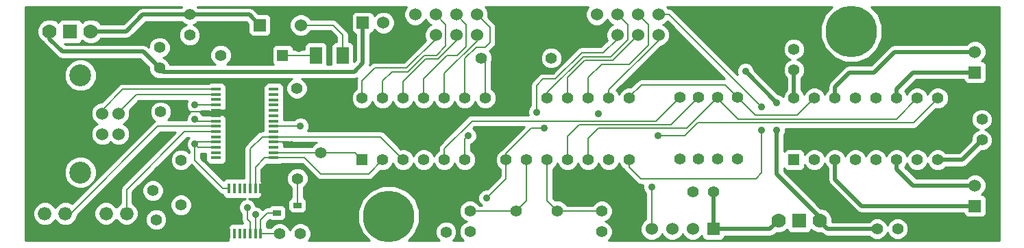
<source format=gtl>
G04 (created by PCBNEW-RS274X (2012-01-19 BZR 3256)-stable) date 11/11/2013 9:04:22 PM*
G01*
G70*
G90*
%MOIN*%
G04 Gerber Fmt 3.4, Leading zero omitted, Abs format*
%FSLAX34Y34*%
G04 APERTURE LIST*
%ADD10C,0.006000*%
%ADD11R,0.011800X0.051200*%
%ADD12R,0.050000X0.016000*%
%ADD13R,0.039400X0.027600*%
%ADD14R,0.060000X0.080000*%
%ADD15C,0.055000*%
%ADD16R,0.060000X0.060000*%
%ADD17C,0.060000*%
%ADD18C,0.066000*%
%ADD19C,0.056000*%
%ADD20R,0.055000X0.055000*%
%ADD21C,0.070000*%
%ADD22R,0.070000X0.070000*%
%ADD23C,0.106300*%
%ADD24C,0.250000*%
%ADD25C,0.035000*%
%ADD26C,0.008000*%
%ADD27C,0.020000*%
%ADD28C,0.010000*%
G04 APERTURE END LIST*
G54D10*
G54D11*
X47760Y-44140D03*
X47510Y-44140D03*
X47250Y-44140D03*
X47000Y-44140D03*
X46740Y-44140D03*
X46485Y-44140D03*
X46230Y-44140D03*
X46230Y-46340D03*
X46485Y-46340D03*
X46740Y-46340D03*
X47000Y-46340D03*
X47255Y-46340D03*
X47510Y-46340D03*
X47765Y-46340D03*
G54D12*
X48400Y-42650D03*
X48400Y-42400D03*
X48400Y-42140D03*
X48400Y-41880D03*
X48400Y-41630D03*
X48400Y-41370D03*
X48400Y-41110D03*
X48400Y-40860D03*
X48400Y-40600D03*
X48400Y-40350D03*
X48400Y-40090D03*
X48400Y-39830D03*
X48400Y-39580D03*
X48400Y-39320D03*
X45600Y-39320D03*
X45600Y-39580D03*
X45600Y-39820D03*
X45600Y-40090D03*
X45600Y-40350D03*
X45600Y-40600D03*
X45600Y-40860D03*
X45600Y-41110D03*
X45600Y-41370D03*
X45600Y-41630D03*
X45600Y-41880D03*
X45600Y-42140D03*
X45600Y-42400D03*
X45600Y-42650D03*
G54D13*
X49550Y-44960D03*
X48550Y-45335D03*
X48550Y-44585D03*
G54D14*
X50450Y-37660D03*
X51750Y-37660D03*
G54D15*
X70000Y-39710D03*
X70000Y-42710D03*
X50690Y-42400D03*
X50690Y-45400D03*
X69070Y-39710D03*
X69070Y-42710D03*
X68140Y-39710D03*
X68140Y-42710D03*
X70950Y-39710D03*
X70950Y-42710D03*
G54D16*
X47720Y-36200D03*
G54D17*
X48720Y-36200D03*
X49720Y-36200D03*
G54D16*
X82500Y-38500D03*
G54D17*
X82500Y-37500D03*
G54D16*
X82500Y-45000D03*
G54D17*
X82500Y-44000D03*
G54D16*
X52730Y-36080D03*
G54D17*
X53730Y-36080D03*
G54D18*
X40240Y-45360D03*
X41240Y-45360D03*
X37270Y-45370D03*
X38270Y-45370D03*
G54D19*
X62200Y-45250D03*
X60200Y-45250D03*
G54D15*
X53700Y-42750D03*
X54700Y-42750D03*
X55700Y-42750D03*
X56700Y-42750D03*
X57700Y-42750D03*
X58700Y-42750D03*
X59700Y-42750D03*
X60700Y-42750D03*
X61700Y-42750D03*
X62700Y-42750D03*
X63700Y-42750D03*
X64700Y-42750D03*
X65700Y-42750D03*
G54D20*
X52700Y-42750D03*
G54D15*
X65700Y-39750D03*
X64700Y-39750D03*
X63700Y-39750D03*
X62700Y-39750D03*
X61700Y-39750D03*
X60700Y-39750D03*
X59700Y-39750D03*
X58700Y-39750D03*
X57700Y-39750D03*
X56700Y-39750D03*
X55700Y-39750D03*
X54700Y-39750D03*
X53700Y-39750D03*
X52700Y-39750D03*
G54D20*
X73700Y-42750D03*
G54D15*
X74700Y-42750D03*
X75700Y-42750D03*
X76700Y-42750D03*
X77700Y-42750D03*
X78700Y-42750D03*
X79700Y-42750D03*
X80700Y-42750D03*
X80700Y-39750D03*
X79700Y-39750D03*
X78700Y-39750D03*
X77700Y-39750D03*
X76700Y-39750D03*
X75700Y-39750D03*
X74700Y-39750D03*
X73700Y-39750D03*
G54D20*
X48830Y-37660D03*
G54D15*
X45830Y-37660D03*
X49520Y-40280D03*
X49520Y-39280D03*
X43900Y-40420D03*
X42900Y-40420D03*
X43900Y-43760D03*
X43900Y-42760D03*
X59500Y-37800D03*
X58500Y-37800D03*
X56780Y-45260D03*
X56780Y-46260D03*
X60900Y-37800D03*
X61900Y-37800D03*
X57940Y-45250D03*
X57940Y-46250D03*
X64360Y-45250D03*
X64360Y-46250D03*
X42850Y-38290D03*
X42850Y-37290D03*
X44310Y-35690D03*
X44310Y-36690D03*
X73700Y-38370D03*
X73700Y-37370D03*
X48550Y-43660D03*
X49550Y-43660D03*
X49690Y-46340D03*
X48690Y-46340D03*
X43890Y-45950D03*
X43890Y-44950D03*
G54D21*
X37500Y-36500D03*
G54D22*
X38500Y-36500D03*
G54D21*
X39500Y-36500D03*
G54D15*
X42519Y-44250D03*
X42861Y-43310D03*
X42677Y-45660D03*
X42103Y-46480D03*
X82840Y-40790D03*
X82840Y-41790D03*
G54D16*
X55280Y-36680D03*
G54D17*
X55280Y-35680D03*
X56280Y-36680D03*
X56280Y-35680D03*
X57280Y-36680D03*
X57280Y-35680D03*
X58280Y-36680D03*
X58280Y-35680D03*
G54D16*
X64110Y-36680D03*
G54D17*
X64110Y-35680D03*
X65110Y-36680D03*
X65110Y-35680D03*
X66110Y-36680D03*
X66110Y-35680D03*
X67110Y-36680D03*
X67110Y-35680D03*
G54D16*
X69780Y-46120D03*
G54D17*
X68780Y-46120D03*
X67780Y-46120D03*
X66780Y-46120D03*
G54D21*
X74950Y-45700D03*
G54D22*
X73950Y-45700D03*
G54D21*
X72950Y-45700D03*
G54D15*
X77740Y-46110D03*
X78740Y-46110D03*
X69780Y-44320D03*
X68780Y-44320D03*
G54D17*
X40850Y-41500D03*
X40850Y-40500D03*
X40063Y-40500D03*
X40063Y-41500D03*
G54D23*
X39000Y-43362D03*
X39000Y-38638D03*
G54D24*
X54000Y-45500D03*
X76500Y-36500D03*
G54D25*
X49240Y-42000D03*
X70800Y-37600D03*
X67200Y-38000D03*
X46490Y-40530D03*
X50690Y-39120D03*
X49610Y-37340D03*
X71340Y-38440D03*
X72860Y-39960D03*
X72860Y-41310D03*
X61190Y-40430D03*
X72110Y-40180D03*
X72120Y-41310D03*
X57850Y-41580D03*
X67100Y-41570D03*
X44570Y-40790D03*
X61550Y-41225D03*
X44570Y-40090D03*
X58760Y-44610D03*
X64190Y-40510D03*
X44570Y-41990D03*
X49700Y-41110D03*
X47510Y-45420D03*
X47110Y-45070D03*
X66780Y-44070D03*
G54D26*
X47765Y-45675D02*
X47765Y-46340D01*
X48105Y-45335D02*
X47765Y-45675D01*
X47765Y-46340D02*
X48690Y-46340D01*
X48550Y-45335D02*
X48105Y-45335D01*
X59700Y-39750D02*
X59700Y-38000D01*
X44280Y-46340D02*
X43890Y-45950D01*
X46230Y-46340D02*
X44280Y-46340D01*
X47760Y-44140D02*
X48070Y-44140D01*
X59700Y-38000D02*
X59500Y-37800D01*
X48400Y-41880D02*
X49120Y-41880D01*
X48720Y-36200D02*
X48720Y-36370D01*
X45050Y-40600D02*
X44870Y-40420D01*
X48070Y-44140D02*
X48550Y-43660D01*
X44870Y-40420D02*
X43900Y-40420D01*
X58700Y-42970D02*
X56780Y-44890D01*
X60700Y-38000D02*
X60900Y-37800D01*
G54D27*
X49610Y-37220D02*
X49610Y-37340D01*
G54D26*
X58700Y-42750D02*
X58700Y-42970D01*
X46310Y-40350D02*
X46490Y-40530D01*
X60700Y-39750D02*
X60700Y-38000D01*
X56780Y-44890D02*
X56780Y-45260D01*
X49120Y-41880D02*
X49240Y-42000D01*
G54D27*
X48720Y-36330D02*
X49610Y-37220D01*
X48720Y-36200D02*
X48720Y-36330D01*
G54D26*
X45600Y-40350D02*
X46310Y-40350D01*
X45600Y-40600D02*
X45050Y-40600D01*
G54D27*
X47210Y-35690D02*
X47720Y-36200D01*
X80700Y-42750D02*
X81880Y-42750D01*
X73700Y-39750D02*
X73700Y-38370D01*
X41220Y-36500D02*
X42030Y-35690D01*
X42030Y-35690D02*
X44310Y-35690D01*
X39500Y-36500D02*
X41220Y-36500D01*
X44310Y-35690D02*
X47210Y-35690D01*
X81880Y-42750D02*
X82840Y-41790D01*
X69780Y-46120D02*
X69780Y-44320D01*
X69780Y-46120D02*
X72530Y-46120D01*
X72530Y-46120D02*
X72950Y-45700D01*
X52320Y-38460D02*
X43020Y-38460D01*
X74950Y-45730D02*
X75330Y-46110D01*
X43020Y-38460D02*
X42850Y-38290D01*
X38130Y-37490D02*
X42050Y-37490D01*
X42050Y-37490D02*
X42850Y-38290D01*
X52730Y-36080D02*
X52730Y-38050D01*
X74950Y-45540D02*
X72860Y-43450D01*
X75330Y-46110D02*
X77740Y-46110D01*
X52730Y-38050D02*
X52320Y-38460D01*
X74950Y-45700D02*
X74950Y-45540D01*
X72860Y-43450D02*
X72860Y-41310D01*
X74950Y-45700D02*
X74950Y-45730D01*
X37500Y-36500D02*
X37500Y-36860D01*
X72860Y-39960D02*
X71340Y-38440D01*
X37500Y-36860D02*
X38130Y-37490D01*
G54D26*
X58040Y-40860D02*
X66990Y-40860D01*
X56700Y-42200D02*
X58040Y-40860D01*
X66990Y-40860D02*
X68140Y-39710D01*
X56700Y-42750D02*
X56700Y-42200D01*
G54D27*
X75700Y-43700D02*
X77000Y-45000D01*
X77000Y-45000D02*
X82500Y-45000D01*
X75700Y-42750D02*
X75700Y-43700D01*
G54D26*
X67738Y-41042D02*
X69070Y-39710D01*
X63260Y-41042D02*
X67738Y-41042D01*
X62700Y-41602D02*
X63260Y-41042D01*
X62700Y-42750D02*
X62700Y-41602D01*
G54D27*
X78700Y-43200D02*
X79500Y-44000D01*
X78700Y-42750D02*
X78700Y-43200D01*
X79500Y-44000D02*
X82500Y-44000D01*
G54D26*
X63700Y-41714D02*
X64190Y-41224D01*
X70000Y-39770D02*
X70992Y-40762D01*
X70000Y-39710D02*
X70000Y-39770D01*
X68486Y-41224D02*
X70000Y-39710D01*
X64190Y-41224D02*
X68486Y-41224D01*
X70992Y-40762D02*
X78688Y-40762D01*
X63700Y-42750D02*
X63700Y-41714D01*
X78688Y-40762D02*
X79700Y-39750D01*
G54D27*
X78700Y-39750D02*
X78700Y-39300D01*
X78700Y-39300D02*
X79500Y-38500D01*
X79500Y-38500D02*
X82500Y-38500D01*
G54D26*
X70340Y-39100D02*
X70950Y-39710D01*
X70950Y-39710D02*
X70960Y-39710D01*
X70960Y-39710D02*
X71830Y-40580D01*
X73870Y-40580D02*
X74700Y-39750D01*
X65700Y-39750D02*
X65700Y-39680D01*
X71830Y-40580D02*
X73870Y-40580D01*
X65700Y-39680D02*
X66280Y-39100D01*
X66280Y-39100D02*
X70340Y-39100D01*
G54D27*
X78600Y-37500D02*
X82500Y-37500D01*
X77600Y-38500D02*
X78600Y-37500D01*
X76400Y-38500D02*
X77600Y-38500D01*
X75700Y-39200D02*
X76400Y-38500D01*
X75700Y-39750D02*
X75700Y-39200D01*
G54D26*
X63374Y-37548D02*
X62102Y-38820D01*
X61500Y-38820D02*
X61190Y-39130D01*
X62102Y-38820D02*
X61500Y-38820D01*
X61190Y-39130D02*
X61190Y-40430D01*
X65110Y-36860D02*
X64422Y-37548D01*
X65110Y-36680D02*
X65110Y-36860D01*
X64422Y-37548D02*
X63374Y-37548D01*
X54850Y-38290D02*
X53330Y-38290D01*
X56280Y-36680D02*
X56280Y-36860D01*
X52700Y-38920D02*
X52700Y-39750D01*
X53330Y-38290D02*
X52700Y-38920D01*
X56280Y-36860D02*
X54850Y-38290D01*
X64700Y-39338D02*
X67110Y-36928D01*
X64700Y-39750D02*
X64700Y-39338D01*
X67110Y-36928D02*
X67110Y-36680D01*
X72120Y-43390D02*
X72120Y-41310D01*
X65700Y-43110D02*
X66260Y-43670D01*
X67610Y-35680D02*
X67110Y-35680D01*
X72110Y-40180D02*
X67610Y-35680D01*
X71840Y-43670D02*
X72120Y-43390D01*
X65700Y-42750D02*
X65700Y-43110D01*
X66260Y-43670D02*
X71840Y-43670D01*
X55728Y-37670D02*
X56310Y-37670D01*
X56770Y-36170D02*
X56280Y-35680D01*
X56310Y-37670D02*
X56770Y-37210D01*
X56770Y-37210D02*
X56770Y-36170D01*
X53700Y-39750D02*
X53700Y-38922D01*
X54150Y-38472D02*
X54926Y-38472D01*
X54926Y-38472D02*
X55728Y-37670D01*
X53700Y-38922D02*
X54150Y-38472D01*
X54700Y-39750D02*
X54700Y-38956D01*
X56386Y-37852D02*
X57280Y-36958D01*
X55804Y-37852D02*
X56386Y-37852D01*
X57280Y-36958D02*
X57280Y-36680D01*
X54700Y-38956D02*
X55804Y-37852D01*
X55700Y-38796D02*
X56816Y-37680D01*
X57770Y-36170D02*
X57280Y-35680D01*
X57770Y-37230D02*
X57770Y-36170D01*
X55700Y-39750D02*
X55700Y-38796D01*
X56816Y-37680D02*
X57320Y-37680D01*
X57320Y-37680D02*
X57770Y-37230D01*
X56700Y-38558D02*
X58280Y-36978D01*
X58280Y-36978D02*
X58280Y-36680D01*
X56700Y-39750D02*
X56700Y-38558D01*
X58910Y-37040D02*
X58910Y-36310D01*
X57700Y-39750D02*
X57700Y-37816D01*
X58910Y-36310D02*
X58280Y-35680D01*
X58690Y-37260D02*
X58910Y-37040D01*
X58256Y-37260D02*
X58690Y-37260D01*
X57700Y-37816D02*
X58256Y-37260D01*
X61700Y-39750D02*
X61700Y-39480D01*
X64230Y-37730D02*
X64240Y-37730D01*
X65610Y-36922D02*
X65610Y-36180D01*
X63450Y-37730D02*
X64230Y-37730D01*
X64230Y-37730D02*
X64802Y-37730D01*
X65610Y-36180D02*
X65110Y-35680D01*
X64802Y-37730D02*
X65610Y-36922D01*
X61700Y-39480D02*
X63450Y-37730D01*
X62700Y-39750D02*
X62700Y-38738D01*
X63526Y-37912D02*
X64878Y-37912D01*
X62700Y-38738D02*
X63526Y-37912D01*
X64878Y-37912D02*
X66110Y-36680D01*
X63700Y-39750D02*
X63700Y-38754D01*
X66610Y-37170D02*
X66610Y-36180D01*
X65686Y-38094D02*
X66610Y-37170D01*
X66610Y-36180D02*
X66110Y-35680D01*
X63700Y-38754D02*
X64360Y-38094D01*
X64360Y-38094D02*
X65686Y-38094D01*
X80700Y-39750D02*
X80700Y-39770D01*
X57700Y-41730D02*
X57700Y-42750D01*
X80700Y-39770D02*
X79526Y-40944D01*
X68398Y-41570D02*
X67100Y-41570D01*
X79526Y-40944D02*
X69024Y-40944D01*
X69024Y-40944D02*
X68398Y-41570D01*
X57850Y-41580D02*
X57700Y-41730D01*
X41070Y-39320D02*
X45600Y-39320D01*
X40063Y-40500D02*
X40063Y-40327D01*
X40063Y-40327D02*
X41070Y-39320D01*
X40850Y-40500D02*
X40850Y-40440D01*
X40850Y-40440D02*
X41710Y-39580D01*
X41710Y-39580D02*
X45600Y-39580D01*
X51280Y-36200D02*
X49720Y-36200D01*
X51750Y-37660D02*
X51750Y-36670D01*
X51750Y-36670D02*
X51280Y-36200D01*
X45600Y-40090D02*
X44570Y-40090D01*
X44570Y-42780D02*
X44570Y-41990D01*
X44720Y-42140D02*
X44570Y-41990D01*
X45600Y-40860D02*
X44640Y-40860D01*
X45930Y-44140D02*
X44570Y-42780D01*
X44680Y-41880D02*
X44570Y-41990D01*
X60920Y-41225D02*
X61550Y-41225D01*
X58700Y-39750D02*
X58700Y-38000D01*
X49550Y-44960D02*
X49550Y-43660D01*
X46230Y-44140D02*
X45930Y-44140D01*
X59700Y-42445D02*
X60920Y-41225D01*
X59700Y-42750D02*
X59700Y-42445D01*
X58700Y-38000D02*
X58500Y-37800D01*
X59700Y-43670D02*
X58760Y-44610D01*
X59700Y-42750D02*
X59700Y-43670D01*
X45600Y-41880D02*
X44680Y-41880D01*
X48400Y-41110D02*
X49700Y-41110D01*
X44720Y-42140D02*
X45600Y-42140D01*
X44640Y-40860D02*
X44570Y-40790D01*
X62200Y-45250D02*
X64360Y-45250D01*
X61700Y-44750D02*
X62200Y-45250D01*
X61700Y-42750D02*
X61700Y-44750D01*
X41240Y-44200D02*
X44070Y-41370D01*
X44070Y-41370D02*
X45600Y-41370D01*
X41240Y-45360D02*
X41240Y-44200D01*
X60700Y-42750D02*
X60700Y-44750D01*
X60200Y-45250D02*
X57940Y-45250D01*
X60700Y-44750D02*
X60200Y-45250D01*
X38270Y-45370D02*
X38510Y-45370D01*
X38510Y-45370D02*
X42770Y-41110D01*
X42770Y-41110D02*
X45600Y-41110D01*
X48830Y-37660D02*
X50450Y-37660D01*
X50690Y-42400D02*
X52350Y-42400D01*
X48400Y-42400D02*
X50690Y-42400D01*
X52350Y-42400D02*
X52700Y-42750D01*
X48400Y-42650D02*
X49900Y-42650D01*
X47510Y-44140D02*
X47510Y-43100D01*
X47960Y-42650D02*
X48400Y-42650D01*
X49900Y-42650D02*
X50680Y-43430D01*
X47510Y-43100D02*
X47960Y-42650D01*
X50680Y-43430D02*
X53020Y-43430D01*
X53020Y-43430D02*
X53700Y-42750D01*
X47510Y-46340D02*
X47510Y-45420D01*
X47840Y-41630D02*
X48400Y-41630D01*
X48400Y-41630D02*
X53580Y-41630D01*
X53580Y-41630D02*
X54700Y-42750D01*
X47250Y-44140D02*
X47250Y-42220D01*
X47250Y-42220D02*
X47840Y-41630D01*
X47255Y-45775D02*
X47110Y-45630D01*
X47110Y-45630D02*
X47110Y-45070D01*
X66780Y-44070D02*
X66780Y-46120D01*
X47255Y-46340D02*
X47255Y-45775D01*
G54D10*
G36*
X50477Y-41920D02*
X50393Y-41955D01*
X50245Y-42102D01*
X50241Y-42110D01*
X48899Y-42110D01*
X48899Y-42011D01*
X48861Y-41920D01*
X50477Y-41920D01*
X50477Y-41920D01*
G37*
G54D28*
X50477Y-41920D02*
X50393Y-41955D01*
X50245Y-42102D01*
X50241Y-42110D01*
X48899Y-42110D01*
X48899Y-42011D01*
X48861Y-41920D01*
X50477Y-41920D01*
G54D10*
G36*
X56053Y-36180D02*
X55969Y-36215D01*
X55815Y-36369D01*
X55731Y-36571D01*
X55731Y-36789D01*
X55792Y-36937D01*
X54730Y-38000D01*
X53330Y-38000D01*
X53219Y-38022D01*
X53125Y-38085D01*
X53124Y-38085D01*
X53124Y-38086D01*
X53059Y-38150D01*
X53079Y-38051D01*
X53080Y-38050D01*
X53080Y-36628D01*
X53171Y-36591D01*
X53241Y-36521D01*
X53279Y-36430D01*
X53279Y-36405D01*
X53419Y-36545D01*
X53621Y-36629D01*
X53839Y-36629D01*
X54041Y-36545D01*
X54195Y-36391D01*
X54279Y-36189D01*
X54279Y-35971D01*
X54195Y-35769D01*
X54041Y-35615D01*
X53839Y-35531D01*
X53621Y-35531D01*
X53419Y-35615D01*
X53279Y-35755D01*
X53279Y-35731D01*
X53241Y-35639D01*
X53171Y-35569D01*
X53080Y-35531D01*
X52981Y-35531D01*
X52381Y-35531D01*
X52289Y-35569D01*
X52219Y-35639D01*
X52181Y-35730D01*
X52181Y-35829D01*
X52181Y-36429D01*
X52219Y-36521D01*
X52289Y-36591D01*
X52380Y-36629D01*
X52380Y-37905D01*
X52299Y-37986D01*
X52299Y-37211D01*
X52261Y-37119D01*
X52191Y-37049D01*
X52100Y-37011D01*
X52040Y-37011D01*
X52040Y-36670D01*
X52018Y-36559D01*
X51955Y-36465D01*
X51955Y-36464D01*
X51485Y-35995D01*
X51391Y-35932D01*
X51280Y-35910D01*
X50193Y-35910D01*
X50185Y-35889D01*
X50031Y-35735D01*
X49829Y-35651D01*
X49611Y-35651D01*
X49409Y-35735D01*
X49255Y-35889D01*
X49171Y-36091D01*
X49171Y-36309D01*
X49255Y-36511D01*
X49409Y-36665D01*
X49611Y-36749D01*
X49829Y-36749D01*
X50031Y-36665D01*
X50185Y-36511D01*
X50193Y-36490D01*
X51159Y-36490D01*
X51460Y-36790D01*
X51460Y-37011D01*
X51401Y-37011D01*
X51309Y-37049D01*
X51239Y-37119D01*
X51201Y-37210D01*
X51201Y-37309D01*
X51201Y-38109D01*
X51201Y-38110D01*
X50999Y-38110D01*
X50999Y-38011D01*
X50999Y-37211D01*
X50961Y-37119D01*
X50891Y-37049D01*
X50800Y-37011D01*
X50701Y-37011D01*
X50101Y-37011D01*
X50009Y-37049D01*
X49939Y-37119D01*
X49901Y-37210D01*
X49901Y-37309D01*
X49901Y-37370D01*
X49354Y-37370D01*
X49354Y-37336D01*
X49316Y-37244D01*
X49246Y-37174D01*
X49155Y-37136D01*
X49056Y-37136D01*
X48506Y-37136D01*
X48414Y-37174D01*
X48344Y-37244D01*
X48306Y-37335D01*
X48306Y-37434D01*
X48306Y-37984D01*
X48344Y-38076D01*
X48378Y-38110D01*
X46114Y-38110D01*
X46127Y-38105D01*
X46275Y-37958D01*
X46355Y-37765D01*
X46355Y-37556D01*
X46275Y-37363D01*
X46128Y-37215D01*
X45935Y-37135D01*
X45726Y-37135D01*
X45533Y-37215D01*
X45385Y-37362D01*
X45305Y-37555D01*
X45305Y-37764D01*
X45385Y-37957D01*
X45532Y-38105D01*
X45544Y-38110D01*
X43343Y-38110D01*
X43295Y-37993D01*
X43148Y-37845D01*
X43014Y-37789D01*
X43147Y-37735D01*
X43295Y-37588D01*
X43375Y-37395D01*
X43375Y-37186D01*
X43295Y-36993D01*
X43148Y-36845D01*
X42955Y-36765D01*
X42746Y-36765D01*
X42553Y-36845D01*
X42405Y-36992D01*
X42325Y-37185D01*
X42325Y-37270D01*
X42297Y-37243D01*
X42184Y-37167D01*
X42050Y-37140D01*
X38274Y-37140D01*
X38233Y-37099D01*
X38899Y-37099D01*
X38991Y-37061D01*
X39061Y-36991D01*
X39085Y-36932D01*
X39161Y-37008D01*
X39381Y-37099D01*
X39619Y-37099D01*
X39839Y-37008D01*
X39997Y-36850D01*
X41220Y-36850D01*
X41220Y-36849D01*
X41354Y-36823D01*
X41467Y-36747D01*
X42174Y-36040D01*
X43917Y-36040D01*
X44012Y-36135D01*
X44145Y-36190D01*
X44013Y-36245D01*
X43865Y-36392D01*
X43785Y-36585D01*
X43785Y-36794D01*
X43865Y-36987D01*
X44012Y-37135D01*
X44205Y-37215D01*
X44414Y-37215D01*
X44607Y-37135D01*
X44755Y-36988D01*
X44835Y-36795D01*
X44835Y-36586D01*
X44755Y-36393D01*
X44608Y-36245D01*
X44474Y-36189D01*
X44607Y-36135D01*
X44702Y-36040D01*
X47065Y-36040D01*
X47171Y-36145D01*
X47171Y-36549D01*
X47209Y-36641D01*
X47279Y-36711D01*
X47370Y-36749D01*
X47469Y-36749D01*
X48069Y-36749D01*
X48161Y-36711D01*
X48231Y-36641D01*
X48269Y-36550D01*
X48269Y-36451D01*
X48269Y-35851D01*
X48231Y-35759D01*
X48161Y-35689D01*
X48070Y-35651D01*
X47971Y-35651D01*
X47665Y-35651D01*
X47457Y-35443D01*
X47344Y-35367D01*
X47210Y-35340D01*
X44702Y-35340D01*
X44687Y-35325D01*
X54859Y-35325D01*
X54815Y-35369D01*
X54731Y-35571D01*
X54731Y-35789D01*
X54815Y-35991D01*
X54969Y-36145D01*
X55171Y-36229D01*
X55389Y-36229D01*
X55591Y-36145D01*
X55745Y-35991D01*
X55780Y-35906D01*
X55815Y-35991D01*
X55969Y-36145D01*
X56053Y-36180D01*
X56053Y-36180D01*
G37*
G54D28*
X56053Y-36180D02*
X55969Y-36215D01*
X55815Y-36369D01*
X55731Y-36571D01*
X55731Y-36789D01*
X55792Y-36937D01*
X54730Y-38000D01*
X53330Y-38000D01*
X53219Y-38022D01*
X53125Y-38085D01*
X53124Y-38085D01*
X53124Y-38086D01*
X53059Y-38150D01*
X53079Y-38051D01*
X53080Y-38050D01*
X53080Y-36628D01*
X53171Y-36591D01*
X53241Y-36521D01*
X53279Y-36430D01*
X53279Y-36405D01*
X53419Y-36545D01*
X53621Y-36629D01*
X53839Y-36629D01*
X54041Y-36545D01*
X54195Y-36391D01*
X54279Y-36189D01*
X54279Y-35971D01*
X54195Y-35769D01*
X54041Y-35615D01*
X53839Y-35531D01*
X53621Y-35531D01*
X53419Y-35615D01*
X53279Y-35755D01*
X53279Y-35731D01*
X53241Y-35639D01*
X53171Y-35569D01*
X53080Y-35531D01*
X52981Y-35531D01*
X52381Y-35531D01*
X52289Y-35569D01*
X52219Y-35639D01*
X52181Y-35730D01*
X52181Y-35829D01*
X52181Y-36429D01*
X52219Y-36521D01*
X52289Y-36591D01*
X52380Y-36629D01*
X52380Y-37905D01*
X52299Y-37986D01*
X52299Y-37211D01*
X52261Y-37119D01*
X52191Y-37049D01*
X52100Y-37011D01*
X52040Y-37011D01*
X52040Y-36670D01*
X52018Y-36559D01*
X51955Y-36465D01*
X51955Y-36464D01*
X51485Y-35995D01*
X51391Y-35932D01*
X51280Y-35910D01*
X50193Y-35910D01*
X50185Y-35889D01*
X50031Y-35735D01*
X49829Y-35651D01*
X49611Y-35651D01*
X49409Y-35735D01*
X49255Y-35889D01*
X49171Y-36091D01*
X49171Y-36309D01*
X49255Y-36511D01*
X49409Y-36665D01*
X49611Y-36749D01*
X49829Y-36749D01*
X50031Y-36665D01*
X50185Y-36511D01*
X50193Y-36490D01*
X51159Y-36490D01*
X51460Y-36790D01*
X51460Y-37011D01*
X51401Y-37011D01*
X51309Y-37049D01*
X51239Y-37119D01*
X51201Y-37210D01*
X51201Y-37309D01*
X51201Y-38109D01*
X51201Y-38110D01*
X50999Y-38110D01*
X50999Y-38011D01*
X50999Y-37211D01*
X50961Y-37119D01*
X50891Y-37049D01*
X50800Y-37011D01*
X50701Y-37011D01*
X50101Y-37011D01*
X50009Y-37049D01*
X49939Y-37119D01*
X49901Y-37210D01*
X49901Y-37309D01*
X49901Y-37370D01*
X49354Y-37370D01*
X49354Y-37336D01*
X49316Y-37244D01*
X49246Y-37174D01*
X49155Y-37136D01*
X49056Y-37136D01*
X48506Y-37136D01*
X48414Y-37174D01*
X48344Y-37244D01*
X48306Y-37335D01*
X48306Y-37434D01*
X48306Y-37984D01*
X48344Y-38076D01*
X48378Y-38110D01*
X46114Y-38110D01*
X46127Y-38105D01*
X46275Y-37958D01*
X46355Y-37765D01*
X46355Y-37556D01*
X46275Y-37363D01*
X46128Y-37215D01*
X45935Y-37135D01*
X45726Y-37135D01*
X45533Y-37215D01*
X45385Y-37362D01*
X45305Y-37555D01*
X45305Y-37764D01*
X45385Y-37957D01*
X45532Y-38105D01*
X45544Y-38110D01*
X43343Y-38110D01*
X43295Y-37993D01*
X43148Y-37845D01*
X43014Y-37789D01*
X43147Y-37735D01*
X43295Y-37588D01*
X43375Y-37395D01*
X43375Y-37186D01*
X43295Y-36993D01*
X43148Y-36845D01*
X42955Y-36765D01*
X42746Y-36765D01*
X42553Y-36845D01*
X42405Y-36992D01*
X42325Y-37185D01*
X42325Y-37270D01*
X42297Y-37243D01*
X42184Y-37167D01*
X42050Y-37140D01*
X38274Y-37140D01*
X38233Y-37099D01*
X38899Y-37099D01*
X38991Y-37061D01*
X39061Y-36991D01*
X39085Y-36932D01*
X39161Y-37008D01*
X39381Y-37099D01*
X39619Y-37099D01*
X39839Y-37008D01*
X39997Y-36850D01*
X41220Y-36850D01*
X41220Y-36849D01*
X41354Y-36823D01*
X41467Y-36747D01*
X42174Y-36040D01*
X43917Y-36040D01*
X44012Y-36135D01*
X44145Y-36190D01*
X44013Y-36245D01*
X43865Y-36392D01*
X43785Y-36585D01*
X43785Y-36794D01*
X43865Y-36987D01*
X44012Y-37135D01*
X44205Y-37215D01*
X44414Y-37215D01*
X44607Y-37135D01*
X44755Y-36988D01*
X44835Y-36795D01*
X44835Y-36586D01*
X44755Y-36393D01*
X44608Y-36245D01*
X44474Y-36189D01*
X44607Y-36135D01*
X44702Y-36040D01*
X47065Y-36040D01*
X47171Y-36145D01*
X47171Y-36549D01*
X47209Y-36641D01*
X47279Y-36711D01*
X47370Y-36749D01*
X47469Y-36749D01*
X48069Y-36749D01*
X48161Y-36711D01*
X48231Y-36641D01*
X48269Y-36550D01*
X48269Y-36451D01*
X48269Y-35851D01*
X48231Y-35759D01*
X48161Y-35689D01*
X48070Y-35651D01*
X47971Y-35651D01*
X47665Y-35651D01*
X47457Y-35443D01*
X47344Y-35367D01*
X47210Y-35340D01*
X44702Y-35340D01*
X44687Y-35325D01*
X54859Y-35325D01*
X54815Y-35369D01*
X54731Y-35571D01*
X54731Y-35789D01*
X54815Y-35991D01*
X54969Y-36145D01*
X55171Y-36229D01*
X55389Y-36229D01*
X55591Y-36145D01*
X55745Y-35991D01*
X55780Y-35906D01*
X55815Y-35991D01*
X55969Y-36145D01*
X56053Y-36180D01*
G54D10*
G36*
X60585Y-41150D02*
X59495Y-42240D01*
X59470Y-42277D01*
X59403Y-42305D01*
X59255Y-42452D01*
X59175Y-42645D01*
X59175Y-42854D01*
X59255Y-43047D01*
X59402Y-43195D01*
X59410Y-43198D01*
X59410Y-43550D01*
X58775Y-44185D01*
X58676Y-44185D01*
X58520Y-44249D01*
X58400Y-44369D01*
X58335Y-44525D01*
X58335Y-44694D01*
X58399Y-44850D01*
X58509Y-44960D01*
X58387Y-44960D01*
X58385Y-44953D01*
X58238Y-44805D01*
X58045Y-44725D01*
X57836Y-44725D01*
X57643Y-44805D01*
X57495Y-44952D01*
X57415Y-45145D01*
X57415Y-45354D01*
X57495Y-45547D01*
X57642Y-45695D01*
X57775Y-45750D01*
X57643Y-45805D01*
X57495Y-45952D01*
X57415Y-46145D01*
X57415Y-46354D01*
X57495Y-46547D01*
X57622Y-46675D01*
X57107Y-46675D01*
X57225Y-46558D01*
X57305Y-46365D01*
X57305Y-46156D01*
X57225Y-45963D01*
X57078Y-45815D01*
X56885Y-45735D01*
X56676Y-45735D01*
X56483Y-45815D01*
X56335Y-45962D01*
X56255Y-46155D01*
X56255Y-46364D01*
X56335Y-46557D01*
X56452Y-46675D01*
X54945Y-46675D01*
X55271Y-46351D01*
X55499Y-45800D01*
X55500Y-45203D01*
X55272Y-44652D01*
X54851Y-44229D01*
X54300Y-44001D01*
X53703Y-44000D01*
X53152Y-44228D01*
X52729Y-44649D01*
X52501Y-45200D01*
X52500Y-45797D01*
X52728Y-46348D01*
X53053Y-46675D01*
X50097Y-46675D01*
X50135Y-46638D01*
X50215Y-46445D01*
X50215Y-46236D01*
X50135Y-46043D01*
X50075Y-45982D01*
X50075Y-43765D01*
X50075Y-43556D01*
X49995Y-43363D01*
X49848Y-43215D01*
X49655Y-43135D01*
X49446Y-43135D01*
X49253Y-43215D01*
X49105Y-43362D01*
X49025Y-43555D01*
X49025Y-43764D01*
X49105Y-43957D01*
X49252Y-44105D01*
X49260Y-44108D01*
X49260Y-44591D01*
X49212Y-44611D01*
X49142Y-44681D01*
X49104Y-44772D01*
X49104Y-44871D01*
X49104Y-45147D01*
X49142Y-45239D01*
X49212Y-45309D01*
X49303Y-45347D01*
X49402Y-45347D01*
X49796Y-45347D01*
X49888Y-45309D01*
X49958Y-45239D01*
X49996Y-45148D01*
X49996Y-45049D01*
X49996Y-44773D01*
X49958Y-44681D01*
X49888Y-44611D01*
X49840Y-44590D01*
X49840Y-44107D01*
X49847Y-44105D01*
X49995Y-43958D01*
X50075Y-43765D01*
X50075Y-45982D01*
X49988Y-45895D01*
X49795Y-45815D01*
X49586Y-45815D01*
X49393Y-45895D01*
X49245Y-46042D01*
X49189Y-46175D01*
X49135Y-46043D01*
X48988Y-45895D01*
X48795Y-45815D01*
X48586Y-45815D01*
X48393Y-45895D01*
X48245Y-46042D01*
X48241Y-46050D01*
X48073Y-46050D01*
X48073Y-46035D01*
X48055Y-45991D01*
X48055Y-45795D01*
X48189Y-45661D01*
X48212Y-45684D01*
X48303Y-45722D01*
X48402Y-45722D01*
X48796Y-45722D01*
X48888Y-45684D01*
X48958Y-45614D01*
X48996Y-45523D01*
X48996Y-45424D01*
X48996Y-45148D01*
X48958Y-45056D01*
X48888Y-44986D01*
X48797Y-44948D01*
X48698Y-44948D01*
X48304Y-44948D01*
X48212Y-44986D01*
X48153Y-45045D01*
X48105Y-45045D01*
X47994Y-45067D01*
X47900Y-45130D01*
X47899Y-45130D01*
X47899Y-45131D01*
X47860Y-45169D01*
X47751Y-45060D01*
X47595Y-44995D01*
X47535Y-44995D01*
X47535Y-44986D01*
X47471Y-44830D01*
X47351Y-44710D01*
X47195Y-44645D01*
X47240Y-44645D01*
X47358Y-44645D01*
X47379Y-44636D01*
X47401Y-44645D01*
X47500Y-44645D01*
X47618Y-44645D01*
X47710Y-44607D01*
X47780Y-44537D01*
X47818Y-44446D01*
X47818Y-44347D01*
X47818Y-43835D01*
X47800Y-43791D01*
X47800Y-43220D01*
X48058Y-42961D01*
X48100Y-42979D01*
X48199Y-42979D01*
X48699Y-42979D01*
X48791Y-42941D01*
X48792Y-42940D01*
X49780Y-42940D01*
X50475Y-43635D01*
X50569Y-43698D01*
X50680Y-43720D01*
X53020Y-43720D01*
X53131Y-43698D01*
X53225Y-43635D01*
X53588Y-43272D01*
X53595Y-43275D01*
X53804Y-43275D01*
X53997Y-43195D01*
X54145Y-43048D01*
X54200Y-42914D01*
X54255Y-43047D01*
X54402Y-43195D01*
X54595Y-43275D01*
X54804Y-43275D01*
X54997Y-43195D01*
X55145Y-43048D01*
X55200Y-42914D01*
X55255Y-43047D01*
X55402Y-43195D01*
X55595Y-43275D01*
X55804Y-43275D01*
X55997Y-43195D01*
X56145Y-43048D01*
X56200Y-42914D01*
X56255Y-43047D01*
X56402Y-43195D01*
X56595Y-43275D01*
X56804Y-43275D01*
X56997Y-43195D01*
X57145Y-43048D01*
X57200Y-42914D01*
X57255Y-43047D01*
X57402Y-43195D01*
X57595Y-43275D01*
X57804Y-43275D01*
X57997Y-43195D01*
X58145Y-43048D01*
X58225Y-42855D01*
X58225Y-42646D01*
X58145Y-42453D01*
X57998Y-42305D01*
X57990Y-42301D01*
X57990Y-41982D01*
X58090Y-41941D01*
X58210Y-41821D01*
X58275Y-41665D01*
X58275Y-41496D01*
X58211Y-41340D01*
X58091Y-41220D01*
X58090Y-41219D01*
X58160Y-41150D01*
X60585Y-41150D01*
X60585Y-41150D01*
G37*
G54D28*
X60585Y-41150D02*
X59495Y-42240D01*
X59470Y-42277D01*
X59403Y-42305D01*
X59255Y-42452D01*
X59175Y-42645D01*
X59175Y-42854D01*
X59255Y-43047D01*
X59402Y-43195D01*
X59410Y-43198D01*
X59410Y-43550D01*
X58775Y-44185D01*
X58676Y-44185D01*
X58520Y-44249D01*
X58400Y-44369D01*
X58335Y-44525D01*
X58335Y-44694D01*
X58399Y-44850D01*
X58509Y-44960D01*
X58387Y-44960D01*
X58385Y-44953D01*
X58238Y-44805D01*
X58045Y-44725D01*
X57836Y-44725D01*
X57643Y-44805D01*
X57495Y-44952D01*
X57415Y-45145D01*
X57415Y-45354D01*
X57495Y-45547D01*
X57642Y-45695D01*
X57775Y-45750D01*
X57643Y-45805D01*
X57495Y-45952D01*
X57415Y-46145D01*
X57415Y-46354D01*
X57495Y-46547D01*
X57622Y-46675D01*
X57107Y-46675D01*
X57225Y-46558D01*
X57305Y-46365D01*
X57305Y-46156D01*
X57225Y-45963D01*
X57078Y-45815D01*
X56885Y-45735D01*
X56676Y-45735D01*
X56483Y-45815D01*
X56335Y-45962D01*
X56255Y-46155D01*
X56255Y-46364D01*
X56335Y-46557D01*
X56452Y-46675D01*
X54945Y-46675D01*
X55271Y-46351D01*
X55499Y-45800D01*
X55500Y-45203D01*
X55272Y-44652D01*
X54851Y-44229D01*
X54300Y-44001D01*
X53703Y-44000D01*
X53152Y-44228D01*
X52729Y-44649D01*
X52501Y-45200D01*
X52500Y-45797D01*
X52728Y-46348D01*
X53053Y-46675D01*
X50097Y-46675D01*
X50135Y-46638D01*
X50215Y-46445D01*
X50215Y-46236D01*
X50135Y-46043D01*
X50075Y-45982D01*
X50075Y-43765D01*
X50075Y-43556D01*
X49995Y-43363D01*
X49848Y-43215D01*
X49655Y-43135D01*
X49446Y-43135D01*
X49253Y-43215D01*
X49105Y-43362D01*
X49025Y-43555D01*
X49025Y-43764D01*
X49105Y-43957D01*
X49252Y-44105D01*
X49260Y-44108D01*
X49260Y-44591D01*
X49212Y-44611D01*
X49142Y-44681D01*
X49104Y-44772D01*
X49104Y-44871D01*
X49104Y-45147D01*
X49142Y-45239D01*
X49212Y-45309D01*
X49303Y-45347D01*
X49402Y-45347D01*
X49796Y-45347D01*
X49888Y-45309D01*
X49958Y-45239D01*
X49996Y-45148D01*
X49996Y-45049D01*
X49996Y-44773D01*
X49958Y-44681D01*
X49888Y-44611D01*
X49840Y-44590D01*
X49840Y-44107D01*
X49847Y-44105D01*
X49995Y-43958D01*
X50075Y-43765D01*
X50075Y-45982D01*
X49988Y-45895D01*
X49795Y-45815D01*
X49586Y-45815D01*
X49393Y-45895D01*
X49245Y-46042D01*
X49189Y-46175D01*
X49135Y-46043D01*
X48988Y-45895D01*
X48795Y-45815D01*
X48586Y-45815D01*
X48393Y-45895D01*
X48245Y-46042D01*
X48241Y-46050D01*
X48073Y-46050D01*
X48073Y-46035D01*
X48055Y-45991D01*
X48055Y-45795D01*
X48189Y-45661D01*
X48212Y-45684D01*
X48303Y-45722D01*
X48402Y-45722D01*
X48796Y-45722D01*
X48888Y-45684D01*
X48958Y-45614D01*
X48996Y-45523D01*
X48996Y-45424D01*
X48996Y-45148D01*
X48958Y-45056D01*
X48888Y-44986D01*
X48797Y-44948D01*
X48698Y-44948D01*
X48304Y-44948D01*
X48212Y-44986D01*
X48153Y-45045D01*
X48105Y-45045D01*
X47994Y-45067D01*
X47900Y-45130D01*
X47899Y-45130D01*
X47899Y-45131D01*
X47860Y-45169D01*
X47751Y-45060D01*
X47595Y-44995D01*
X47535Y-44995D01*
X47535Y-44986D01*
X47471Y-44830D01*
X47351Y-44710D01*
X47195Y-44645D01*
X47240Y-44645D01*
X47358Y-44645D01*
X47379Y-44636D01*
X47401Y-44645D01*
X47500Y-44645D01*
X47618Y-44645D01*
X47710Y-44607D01*
X47780Y-44537D01*
X47818Y-44446D01*
X47818Y-44347D01*
X47818Y-43835D01*
X47800Y-43791D01*
X47800Y-43220D01*
X48058Y-42961D01*
X48100Y-42979D01*
X48199Y-42979D01*
X48699Y-42979D01*
X48791Y-42941D01*
X48792Y-42940D01*
X49780Y-42940D01*
X50475Y-43635D01*
X50569Y-43698D01*
X50680Y-43720D01*
X53020Y-43720D01*
X53131Y-43698D01*
X53225Y-43635D01*
X53588Y-43272D01*
X53595Y-43275D01*
X53804Y-43275D01*
X53997Y-43195D01*
X54145Y-43048D01*
X54200Y-42914D01*
X54255Y-43047D01*
X54402Y-43195D01*
X54595Y-43275D01*
X54804Y-43275D01*
X54997Y-43195D01*
X55145Y-43048D01*
X55200Y-42914D01*
X55255Y-43047D01*
X55402Y-43195D01*
X55595Y-43275D01*
X55804Y-43275D01*
X55997Y-43195D01*
X56145Y-43048D01*
X56200Y-42914D01*
X56255Y-43047D01*
X56402Y-43195D01*
X56595Y-43275D01*
X56804Y-43275D01*
X56997Y-43195D01*
X57145Y-43048D01*
X57200Y-42914D01*
X57255Y-43047D01*
X57402Y-43195D01*
X57595Y-43275D01*
X57804Y-43275D01*
X57997Y-43195D01*
X58145Y-43048D01*
X58225Y-42855D01*
X58225Y-42646D01*
X58145Y-42453D01*
X57998Y-42305D01*
X57990Y-42301D01*
X57990Y-41982D01*
X58090Y-41941D01*
X58210Y-41821D01*
X58275Y-41665D01*
X58275Y-41496D01*
X58211Y-41340D01*
X58091Y-41220D01*
X58090Y-41219D01*
X58160Y-41150D01*
X60585Y-41150D01*
G54D10*
G36*
X64883Y-36180D02*
X64799Y-36215D01*
X64645Y-36369D01*
X64561Y-36571D01*
X64561Y-36789D01*
X64622Y-36937D01*
X64302Y-37258D01*
X63374Y-37258D01*
X63263Y-37280D01*
X63169Y-37343D01*
X63168Y-37343D01*
X63168Y-37344D01*
X62425Y-38087D01*
X62425Y-37905D01*
X62425Y-37696D01*
X62345Y-37503D01*
X62198Y-37355D01*
X62005Y-37275D01*
X61796Y-37275D01*
X61603Y-37355D01*
X61455Y-37502D01*
X61375Y-37695D01*
X61375Y-37904D01*
X61455Y-38097D01*
X61602Y-38245D01*
X61795Y-38325D01*
X62004Y-38325D01*
X62197Y-38245D01*
X62345Y-38098D01*
X62425Y-37905D01*
X62425Y-38087D01*
X61982Y-38530D01*
X61500Y-38530D01*
X61389Y-38552D01*
X61295Y-38615D01*
X60985Y-38925D01*
X60922Y-39019D01*
X60900Y-39130D01*
X60900Y-40119D01*
X60830Y-40189D01*
X60765Y-40345D01*
X60765Y-40514D01*
X60787Y-40570D01*
X58040Y-40570D01*
X57929Y-40592D01*
X57835Y-40655D01*
X56495Y-41995D01*
X56432Y-42089D01*
X56410Y-42200D01*
X56410Y-42302D01*
X56403Y-42305D01*
X56255Y-42452D01*
X56199Y-42585D01*
X56145Y-42453D01*
X55998Y-42305D01*
X55805Y-42225D01*
X55596Y-42225D01*
X55403Y-42305D01*
X55255Y-42452D01*
X55199Y-42585D01*
X55145Y-42453D01*
X54998Y-42305D01*
X54805Y-42225D01*
X54596Y-42225D01*
X54588Y-42228D01*
X53785Y-41425D01*
X53691Y-41362D01*
X53580Y-41340D01*
X50064Y-41340D01*
X50125Y-41195D01*
X50125Y-41026D01*
X50061Y-40870D01*
X49941Y-40750D01*
X49785Y-40685D01*
X49616Y-40685D01*
X49460Y-40749D01*
X49389Y-40820D01*
X48899Y-40820D01*
X48899Y-40731D01*
X48898Y-40730D01*
X48899Y-40730D01*
X48899Y-40631D01*
X48899Y-40480D01*
X48899Y-40471D01*
X48899Y-40381D01*
X48899Y-40221D01*
X48898Y-40220D01*
X48899Y-40220D01*
X48899Y-40121D01*
X48899Y-39961D01*
X48898Y-39960D01*
X48899Y-39960D01*
X48899Y-39861D01*
X48899Y-39710D01*
X48899Y-39701D01*
X48899Y-39611D01*
X48899Y-39451D01*
X48898Y-39450D01*
X48899Y-39450D01*
X48899Y-39351D01*
X48899Y-39191D01*
X48861Y-39099D01*
X48791Y-39029D01*
X48700Y-38991D01*
X48601Y-38991D01*
X48101Y-38991D01*
X48009Y-39029D01*
X47939Y-39099D01*
X47901Y-39190D01*
X47901Y-39289D01*
X47901Y-39449D01*
X47901Y-39450D01*
X47901Y-39549D01*
X47901Y-39700D01*
X47901Y-39709D01*
X47901Y-39799D01*
X47901Y-39959D01*
X47901Y-39960D01*
X47901Y-40059D01*
X47901Y-40219D01*
X47901Y-40220D01*
X47901Y-40319D01*
X47901Y-40470D01*
X47901Y-40479D01*
X47901Y-40569D01*
X47901Y-40729D01*
X47901Y-40730D01*
X47901Y-40829D01*
X47901Y-40980D01*
X47901Y-40989D01*
X47901Y-41079D01*
X47901Y-41239D01*
X47901Y-41240D01*
X47901Y-41339D01*
X47901Y-41340D01*
X47840Y-41340D01*
X47729Y-41362D01*
X47635Y-41425D01*
X47045Y-42015D01*
X46982Y-42109D01*
X46960Y-42220D01*
X46960Y-43635D01*
X46892Y-43635D01*
X46870Y-43643D01*
X46849Y-43635D01*
X46750Y-43635D01*
X46632Y-43635D01*
X46612Y-43642D01*
X46594Y-43635D01*
X46495Y-43635D01*
X46377Y-43635D01*
X46357Y-43642D01*
X46339Y-43635D01*
X46240Y-43635D01*
X46122Y-43635D01*
X46030Y-43673D01*
X45960Y-43743D01*
X45954Y-43754D01*
X44860Y-42660D01*
X44860Y-42430D01*
X45101Y-42430D01*
X45101Y-42520D01*
X45101Y-42529D01*
X45101Y-42619D01*
X45101Y-42779D01*
X45139Y-42871D01*
X45209Y-42941D01*
X45300Y-42979D01*
X45399Y-42979D01*
X45899Y-42979D01*
X45991Y-42941D01*
X46061Y-42871D01*
X46099Y-42780D01*
X46099Y-42681D01*
X46099Y-42530D01*
X46099Y-42521D01*
X46099Y-42431D01*
X46099Y-42271D01*
X46098Y-42270D01*
X46099Y-42270D01*
X46099Y-42171D01*
X46099Y-42011D01*
X46098Y-42010D01*
X46099Y-42010D01*
X46099Y-41911D01*
X46099Y-41760D01*
X46099Y-41751D01*
X46099Y-41661D01*
X46099Y-41501D01*
X46098Y-41500D01*
X46099Y-41500D01*
X46099Y-41401D01*
X46099Y-41241D01*
X46098Y-41240D01*
X46099Y-41240D01*
X46099Y-41141D01*
X46099Y-40990D01*
X46099Y-40981D01*
X46099Y-40891D01*
X46099Y-40731D01*
X46061Y-40639D01*
X45991Y-40569D01*
X45900Y-40531D01*
X45801Y-40531D01*
X45301Y-40531D01*
X45209Y-40569D01*
X45208Y-40570D01*
X44939Y-40570D01*
X44931Y-40550D01*
X44821Y-40440D01*
X44881Y-40380D01*
X45208Y-40380D01*
X45209Y-40381D01*
X45300Y-40419D01*
X45399Y-40419D01*
X45899Y-40419D01*
X45991Y-40381D01*
X46061Y-40311D01*
X46099Y-40220D01*
X46099Y-40121D01*
X46099Y-39961D01*
X46096Y-39955D01*
X46099Y-39950D01*
X46099Y-39851D01*
X46099Y-39710D01*
X46099Y-39691D01*
X46099Y-39611D01*
X46099Y-39451D01*
X46098Y-39450D01*
X46099Y-39450D01*
X46099Y-39351D01*
X46099Y-39191D01*
X46061Y-39099D01*
X45991Y-39029D01*
X45900Y-38991D01*
X45801Y-38991D01*
X45301Y-38991D01*
X45209Y-39029D01*
X45208Y-39030D01*
X41070Y-39030D01*
X40959Y-39052D01*
X40865Y-39115D01*
X40029Y-39951D01*
X39954Y-39951D01*
X39781Y-40022D01*
X39781Y-38794D01*
X39781Y-38483D01*
X39662Y-38196D01*
X39443Y-37976D01*
X39156Y-37857D01*
X38845Y-37857D01*
X38558Y-37976D01*
X38338Y-38195D01*
X38219Y-38482D01*
X38219Y-38793D01*
X38338Y-39080D01*
X38557Y-39300D01*
X38844Y-39419D01*
X39155Y-39419D01*
X39442Y-39300D01*
X39662Y-39081D01*
X39781Y-38794D01*
X39781Y-40022D01*
X39752Y-40035D01*
X39598Y-40189D01*
X39514Y-40391D01*
X39514Y-40609D01*
X39598Y-40811D01*
X39752Y-40965D01*
X39836Y-41000D01*
X39752Y-41035D01*
X39598Y-41189D01*
X39514Y-41391D01*
X39514Y-41609D01*
X39598Y-41811D01*
X39752Y-41965D01*
X39954Y-42049D01*
X40172Y-42049D01*
X40374Y-41965D01*
X40456Y-41882D01*
X40539Y-41965D01*
X40741Y-42049D01*
X40959Y-42049D01*
X41161Y-41965D01*
X41315Y-41811D01*
X41399Y-41609D01*
X41399Y-41391D01*
X41315Y-41189D01*
X41161Y-41035D01*
X41076Y-41000D01*
X41161Y-40965D01*
X41315Y-40811D01*
X41399Y-40609D01*
X41399Y-40391D01*
X41372Y-40327D01*
X41830Y-39870D01*
X44201Y-39870D01*
X44145Y-40005D01*
X44145Y-40174D01*
X44209Y-40330D01*
X44319Y-40440D01*
X44210Y-40549D01*
X44145Y-40705D01*
X44145Y-40820D01*
X43242Y-40820D01*
X43345Y-40718D01*
X43425Y-40525D01*
X43425Y-40316D01*
X43345Y-40123D01*
X43198Y-39975D01*
X43005Y-39895D01*
X42796Y-39895D01*
X42603Y-39975D01*
X42455Y-40122D01*
X42375Y-40315D01*
X42375Y-40524D01*
X42455Y-40717D01*
X42602Y-40865D01*
X42616Y-40870D01*
X42565Y-40905D01*
X39781Y-43688D01*
X39781Y-43518D01*
X39781Y-43207D01*
X39662Y-42920D01*
X39443Y-42700D01*
X39156Y-42581D01*
X38845Y-42581D01*
X38558Y-42700D01*
X38338Y-42919D01*
X38219Y-43206D01*
X38219Y-43517D01*
X38338Y-43804D01*
X38557Y-44024D01*
X38844Y-44143D01*
X39155Y-44143D01*
X39442Y-44024D01*
X39662Y-43805D01*
X39781Y-43518D01*
X39781Y-43688D01*
X38593Y-44876D01*
X38386Y-44790D01*
X38155Y-44790D01*
X37942Y-44878D01*
X37779Y-45041D01*
X37770Y-45061D01*
X37762Y-45042D01*
X37599Y-44879D01*
X37386Y-44790D01*
X37155Y-44790D01*
X36942Y-44878D01*
X36779Y-45041D01*
X36690Y-45254D01*
X36690Y-45485D01*
X36778Y-45698D01*
X36941Y-45861D01*
X37154Y-45950D01*
X37385Y-45950D01*
X37598Y-45862D01*
X37761Y-45699D01*
X37769Y-45678D01*
X37778Y-45698D01*
X37941Y-45861D01*
X38154Y-45950D01*
X38385Y-45950D01*
X38598Y-45862D01*
X38761Y-45699D01*
X38850Y-45486D01*
X38850Y-45440D01*
X42890Y-41400D01*
X43630Y-41400D01*
X41035Y-43995D01*
X40972Y-44089D01*
X40950Y-44200D01*
X40950Y-44852D01*
X40912Y-44868D01*
X40749Y-45031D01*
X40740Y-45051D01*
X40732Y-45032D01*
X40569Y-44869D01*
X40356Y-44780D01*
X40125Y-44780D01*
X39912Y-44868D01*
X39749Y-45031D01*
X39660Y-45244D01*
X39660Y-45475D01*
X39748Y-45688D01*
X39911Y-45851D01*
X40124Y-45940D01*
X40355Y-45940D01*
X40568Y-45852D01*
X40731Y-45689D01*
X40739Y-45668D01*
X40748Y-45688D01*
X40911Y-45851D01*
X41124Y-45940D01*
X41355Y-45940D01*
X41568Y-45852D01*
X41731Y-45689D01*
X41820Y-45476D01*
X41820Y-45245D01*
X41732Y-45032D01*
X41569Y-44869D01*
X41530Y-44852D01*
X41530Y-44320D01*
X44190Y-41660D01*
X44299Y-41660D01*
X44210Y-41749D01*
X44145Y-41905D01*
X44145Y-42074D01*
X44209Y-42230D01*
X44280Y-42301D01*
X44280Y-42397D01*
X44198Y-42315D01*
X44005Y-42235D01*
X43796Y-42235D01*
X43603Y-42315D01*
X43455Y-42462D01*
X43375Y-42655D01*
X43375Y-42864D01*
X43455Y-43057D01*
X43602Y-43205D01*
X43795Y-43285D01*
X44004Y-43285D01*
X44197Y-43205D01*
X44345Y-43058D01*
X44372Y-42992D01*
X45725Y-44345D01*
X45819Y-44408D01*
X45922Y-44428D01*
X45922Y-44445D01*
X45960Y-44537D01*
X46030Y-44607D01*
X46121Y-44645D01*
X46220Y-44645D01*
X46338Y-44645D01*
X46357Y-44637D01*
X46376Y-44645D01*
X46475Y-44645D01*
X46593Y-44645D01*
X46612Y-44637D01*
X46631Y-44645D01*
X46730Y-44645D01*
X46848Y-44645D01*
X46869Y-44636D01*
X46891Y-44645D01*
X46990Y-44645D01*
X47026Y-44645D01*
X46870Y-44709D01*
X46750Y-44829D01*
X46685Y-44985D01*
X46685Y-45154D01*
X46749Y-45310D01*
X46820Y-45381D01*
X46820Y-45630D01*
X46842Y-45741D01*
X46905Y-45835D01*
X46892Y-45835D01*
X46870Y-45843D01*
X46849Y-45835D01*
X46750Y-45835D01*
X46632Y-45835D01*
X46612Y-45842D01*
X46594Y-45835D01*
X46495Y-45835D01*
X46377Y-45835D01*
X46285Y-45873D01*
X46215Y-45943D01*
X46177Y-46034D01*
X46177Y-46133D01*
X46177Y-46645D01*
X46189Y-46675D01*
X44415Y-46675D01*
X44415Y-45055D01*
X44415Y-44846D01*
X44335Y-44653D01*
X44188Y-44505D01*
X43995Y-44425D01*
X43786Y-44425D01*
X43593Y-44505D01*
X43445Y-44652D01*
X43365Y-44845D01*
X43365Y-45054D01*
X43445Y-45247D01*
X43592Y-45395D01*
X43785Y-45475D01*
X43994Y-45475D01*
X44187Y-45395D01*
X44335Y-45248D01*
X44415Y-45055D01*
X44415Y-46675D01*
X43202Y-46675D01*
X43202Y-45765D01*
X43202Y-45556D01*
X43122Y-45363D01*
X43044Y-45284D01*
X43044Y-44355D01*
X43044Y-44146D01*
X42964Y-43953D01*
X42817Y-43805D01*
X42624Y-43725D01*
X42415Y-43725D01*
X42222Y-43805D01*
X42074Y-43952D01*
X41994Y-44145D01*
X41994Y-44354D01*
X42074Y-44547D01*
X42221Y-44695D01*
X42414Y-44775D01*
X42623Y-44775D01*
X42816Y-44695D01*
X42964Y-44548D01*
X43044Y-44355D01*
X43044Y-45284D01*
X42975Y-45215D01*
X42782Y-45135D01*
X42573Y-45135D01*
X42380Y-45215D01*
X42232Y-45362D01*
X42152Y-45555D01*
X42152Y-45764D01*
X42232Y-45957D01*
X42379Y-46105D01*
X42572Y-46185D01*
X42781Y-46185D01*
X42974Y-46105D01*
X43122Y-45958D01*
X43202Y-45765D01*
X43202Y-46675D01*
X36325Y-46675D01*
X36325Y-36000D01*
X36325Y-35325D01*
X43932Y-35325D01*
X43917Y-35340D01*
X42030Y-35340D01*
X41896Y-35367D01*
X41782Y-35443D01*
X41075Y-36150D01*
X39997Y-36150D01*
X39839Y-35992D01*
X39619Y-35901D01*
X39381Y-35901D01*
X39161Y-35992D01*
X39085Y-36067D01*
X39061Y-36009D01*
X38991Y-35939D01*
X38900Y-35901D01*
X38801Y-35901D01*
X38101Y-35901D01*
X38009Y-35939D01*
X37939Y-36009D01*
X37914Y-36067D01*
X37839Y-35992D01*
X37619Y-35901D01*
X37381Y-35901D01*
X37161Y-35992D01*
X36992Y-36161D01*
X36901Y-36381D01*
X36901Y-36619D01*
X36992Y-36839D01*
X37161Y-37008D01*
X37196Y-37022D01*
X37253Y-37107D01*
X37882Y-37737D01*
X37883Y-37737D01*
X37927Y-37767D01*
X37996Y-37813D01*
X38129Y-37839D01*
X38130Y-37840D01*
X41905Y-37840D01*
X42325Y-38259D01*
X42325Y-38394D01*
X42405Y-38587D01*
X42552Y-38735D01*
X42745Y-38815D01*
X42954Y-38815D01*
X42983Y-38802D01*
X42984Y-38802D01*
X43020Y-38810D01*
X49283Y-38810D01*
X49223Y-38835D01*
X49075Y-38982D01*
X48995Y-39175D01*
X48995Y-39384D01*
X49075Y-39577D01*
X49222Y-39725D01*
X49415Y-39805D01*
X49624Y-39805D01*
X49817Y-39725D01*
X49965Y-39578D01*
X50045Y-39385D01*
X50045Y-39176D01*
X49965Y-38983D01*
X49818Y-38835D01*
X49757Y-38810D01*
X52320Y-38810D01*
X52320Y-38809D01*
X52448Y-38784D01*
X52432Y-38809D01*
X52410Y-38920D01*
X52410Y-39302D01*
X52403Y-39305D01*
X52255Y-39452D01*
X52175Y-39645D01*
X52175Y-39854D01*
X52255Y-40047D01*
X52402Y-40195D01*
X52595Y-40275D01*
X52804Y-40275D01*
X52997Y-40195D01*
X53145Y-40048D01*
X53200Y-39914D01*
X53255Y-40047D01*
X53402Y-40195D01*
X53595Y-40275D01*
X53804Y-40275D01*
X53997Y-40195D01*
X54145Y-40048D01*
X54200Y-39914D01*
X54255Y-40047D01*
X54402Y-40195D01*
X54595Y-40275D01*
X54804Y-40275D01*
X54997Y-40195D01*
X55145Y-40048D01*
X55200Y-39914D01*
X55255Y-40047D01*
X55402Y-40195D01*
X55595Y-40275D01*
X55804Y-40275D01*
X55997Y-40195D01*
X56145Y-40048D01*
X56200Y-39914D01*
X56255Y-40047D01*
X56402Y-40195D01*
X56595Y-40275D01*
X56804Y-40275D01*
X56997Y-40195D01*
X57145Y-40048D01*
X57200Y-39914D01*
X57255Y-40047D01*
X57402Y-40195D01*
X57595Y-40275D01*
X57804Y-40275D01*
X57997Y-40195D01*
X58145Y-40048D01*
X58200Y-39914D01*
X58255Y-40047D01*
X58402Y-40195D01*
X58595Y-40275D01*
X58804Y-40275D01*
X58997Y-40195D01*
X59145Y-40048D01*
X59225Y-39855D01*
X59225Y-39646D01*
X59145Y-39453D01*
X58998Y-39305D01*
X58990Y-39301D01*
X58990Y-38000D01*
X58989Y-37999D01*
X58988Y-37994D01*
X58988Y-37992D01*
X59025Y-37905D01*
X59025Y-37696D01*
X58945Y-37503D01*
X58901Y-37458D01*
X59115Y-37245D01*
X59178Y-37151D01*
X59200Y-37040D01*
X59200Y-36310D01*
X59199Y-36309D01*
X59178Y-36199D01*
X59177Y-36198D01*
X59115Y-36105D01*
X59114Y-36104D01*
X58820Y-35810D01*
X58829Y-35789D01*
X58829Y-35571D01*
X58745Y-35369D01*
X58701Y-35325D01*
X63689Y-35325D01*
X63645Y-35369D01*
X63561Y-35571D01*
X63561Y-35789D01*
X63645Y-35991D01*
X63799Y-36145D01*
X64001Y-36229D01*
X64219Y-36229D01*
X64421Y-36145D01*
X64575Y-35991D01*
X64610Y-35906D01*
X64645Y-35991D01*
X64799Y-36145D01*
X64883Y-36180D01*
X64883Y-36180D01*
G37*
G54D28*
X64883Y-36180D02*
X64799Y-36215D01*
X64645Y-36369D01*
X64561Y-36571D01*
X64561Y-36789D01*
X64622Y-36937D01*
X64302Y-37258D01*
X63374Y-37258D01*
X63263Y-37280D01*
X63169Y-37343D01*
X63168Y-37343D01*
X63168Y-37344D01*
X62425Y-38087D01*
X62425Y-37905D01*
X62425Y-37696D01*
X62345Y-37503D01*
X62198Y-37355D01*
X62005Y-37275D01*
X61796Y-37275D01*
X61603Y-37355D01*
X61455Y-37502D01*
X61375Y-37695D01*
X61375Y-37904D01*
X61455Y-38097D01*
X61602Y-38245D01*
X61795Y-38325D01*
X62004Y-38325D01*
X62197Y-38245D01*
X62345Y-38098D01*
X62425Y-37905D01*
X62425Y-38087D01*
X61982Y-38530D01*
X61500Y-38530D01*
X61389Y-38552D01*
X61295Y-38615D01*
X60985Y-38925D01*
X60922Y-39019D01*
X60900Y-39130D01*
X60900Y-40119D01*
X60830Y-40189D01*
X60765Y-40345D01*
X60765Y-40514D01*
X60787Y-40570D01*
X58040Y-40570D01*
X57929Y-40592D01*
X57835Y-40655D01*
X56495Y-41995D01*
X56432Y-42089D01*
X56410Y-42200D01*
X56410Y-42302D01*
X56403Y-42305D01*
X56255Y-42452D01*
X56199Y-42585D01*
X56145Y-42453D01*
X55998Y-42305D01*
X55805Y-42225D01*
X55596Y-42225D01*
X55403Y-42305D01*
X55255Y-42452D01*
X55199Y-42585D01*
X55145Y-42453D01*
X54998Y-42305D01*
X54805Y-42225D01*
X54596Y-42225D01*
X54588Y-42228D01*
X53785Y-41425D01*
X53691Y-41362D01*
X53580Y-41340D01*
X50064Y-41340D01*
X50125Y-41195D01*
X50125Y-41026D01*
X50061Y-40870D01*
X49941Y-40750D01*
X49785Y-40685D01*
X49616Y-40685D01*
X49460Y-40749D01*
X49389Y-40820D01*
X48899Y-40820D01*
X48899Y-40731D01*
X48898Y-40730D01*
X48899Y-40730D01*
X48899Y-40631D01*
X48899Y-40480D01*
X48899Y-40471D01*
X48899Y-40381D01*
X48899Y-40221D01*
X48898Y-40220D01*
X48899Y-40220D01*
X48899Y-40121D01*
X48899Y-39961D01*
X48898Y-39960D01*
X48899Y-39960D01*
X48899Y-39861D01*
X48899Y-39710D01*
X48899Y-39701D01*
X48899Y-39611D01*
X48899Y-39451D01*
X48898Y-39450D01*
X48899Y-39450D01*
X48899Y-39351D01*
X48899Y-39191D01*
X48861Y-39099D01*
X48791Y-39029D01*
X48700Y-38991D01*
X48601Y-38991D01*
X48101Y-38991D01*
X48009Y-39029D01*
X47939Y-39099D01*
X47901Y-39190D01*
X47901Y-39289D01*
X47901Y-39449D01*
X47901Y-39450D01*
X47901Y-39549D01*
X47901Y-39700D01*
X47901Y-39709D01*
X47901Y-39799D01*
X47901Y-39959D01*
X47901Y-39960D01*
X47901Y-40059D01*
X47901Y-40219D01*
X47901Y-40220D01*
X47901Y-40319D01*
X47901Y-40470D01*
X47901Y-40479D01*
X47901Y-40569D01*
X47901Y-40729D01*
X47901Y-40730D01*
X47901Y-40829D01*
X47901Y-40980D01*
X47901Y-40989D01*
X47901Y-41079D01*
X47901Y-41239D01*
X47901Y-41240D01*
X47901Y-41339D01*
X47901Y-41340D01*
X47840Y-41340D01*
X47729Y-41362D01*
X47635Y-41425D01*
X47045Y-42015D01*
X46982Y-42109D01*
X46960Y-42220D01*
X46960Y-43635D01*
X46892Y-43635D01*
X46870Y-43643D01*
X46849Y-43635D01*
X46750Y-43635D01*
X46632Y-43635D01*
X46612Y-43642D01*
X46594Y-43635D01*
X46495Y-43635D01*
X46377Y-43635D01*
X46357Y-43642D01*
X46339Y-43635D01*
X46240Y-43635D01*
X46122Y-43635D01*
X46030Y-43673D01*
X45960Y-43743D01*
X45954Y-43754D01*
X44860Y-42660D01*
X44860Y-42430D01*
X45101Y-42430D01*
X45101Y-42520D01*
X45101Y-42529D01*
X45101Y-42619D01*
X45101Y-42779D01*
X45139Y-42871D01*
X45209Y-42941D01*
X45300Y-42979D01*
X45399Y-42979D01*
X45899Y-42979D01*
X45991Y-42941D01*
X46061Y-42871D01*
X46099Y-42780D01*
X46099Y-42681D01*
X46099Y-42530D01*
X46099Y-42521D01*
X46099Y-42431D01*
X46099Y-42271D01*
X46098Y-42270D01*
X46099Y-42270D01*
X46099Y-42171D01*
X46099Y-42011D01*
X46098Y-42010D01*
X46099Y-42010D01*
X46099Y-41911D01*
X46099Y-41760D01*
X46099Y-41751D01*
X46099Y-41661D01*
X46099Y-41501D01*
X46098Y-41500D01*
X46099Y-41500D01*
X46099Y-41401D01*
X46099Y-41241D01*
X46098Y-41240D01*
X46099Y-41240D01*
X46099Y-41141D01*
X46099Y-40990D01*
X46099Y-40981D01*
X46099Y-40891D01*
X46099Y-40731D01*
X46061Y-40639D01*
X45991Y-40569D01*
X45900Y-40531D01*
X45801Y-40531D01*
X45301Y-40531D01*
X45209Y-40569D01*
X45208Y-40570D01*
X44939Y-40570D01*
X44931Y-40550D01*
X44821Y-40440D01*
X44881Y-40380D01*
X45208Y-40380D01*
X45209Y-40381D01*
X45300Y-40419D01*
X45399Y-40419D01*
X45899Y-40419D01*
X45991Y-40381D01*
X46061Y-40311D01*
X46099Y-40220D01*
X46099Y-40121D01*
X46099Y-39961D01*
X46096Y-39955D01*
X46099Y-39950D01*
X46099Y-39851D01*
X46099Y-39710D01*
X46099Y-39691D01*
X46099Y-39611D01*
X46099Y-39451D01*
X46098Y-39450D01*
X46099Y-39450D01*
X46099Y-39351D01*
X46099Y-39191D01*
X46061Y-39099D01*
X45991Y-39029D01*
X45900Y-38991D01*
X45801Y-38991D01*
X45301Y-38991D01*
X45209Y-39029D01*
X45208Y-39030D01*
X41070Y-39030D01*
X40959Y-39052D01*
X40865Y-39115D01*
X40029Y-39951D01*
X39954Y-39951D01*
X39781Y-40022D01*
X39781Y-38794D01*
X39781Y-38483D01*
X39662Y-38196D01*
X39443Y-37976D01*
X39156Y-37857D01*
X38845Y-37857D01*
X38558Y-37976D01*
X38338Y-38195D01*
X38219Y-38482D01*
X38219Y-38793D01*
X38338Y-39080D01*
X38557Y-39300D01*
X38844Y-39419D01*
X39155Y-39419D01*
X39442Y-39300D01*
X39662Y-39081D01*
X39781Y-38794D01*
X39781Y-40022D01*
X39752Y-40035D01*
X39598Y-40189D01*
X39514Y-40391D01*
X39514Y-40609D01*
X39598Y-40811D01*
X39752Y-40965D01*
X39836Y-41000D01*
X39752Y-41035D01*
X39598Y-41189D01*
X39514Y-41391D01*
X39514Y-41609D01*
X39598Y-41811D01*
X39752Y-41965D01*
X39954Y-42049D01*
X40172Y-42049D01*
X40374Y-41965D01*
X40456Y-41882D01*
X40539Y-41965D01*
X40741Y-42049D01*
X40959Y-42049D01*
X41161Y-41965D01*
X41315Y-41811D01*
X41399Y-41609D01*
X41399Y-41391D01*
X41315Y-41189D01*
X41161Y-41035D01*
X41076Y-41000D01*
X41161Y-40965D01*
X41315Y-40811D01*
X41399Y-40609D01*
X41399Y-40391D01*
X41372Y-40327D01*
X41830Y-39870D01*
X44201Y-39870D01*
X44145Y-40005D01*
X44145Y-40174D01*
X44209Y-40330D01*
X44319Y-40440D01*
X44210Y-40549D01*
X44145Y-40705D01*
X44145Y-40820D01*
X43242Y-40820D01*
X43345Y-40718D01*
X43425Y-40525D01*
X43425Y-40316D01*
X43345Y-40123D01*
X43198Y-39975D01*
X43005Y-39895D01*
X42796Y-39895D01*
X42603Y-39975D01*
X42455Y-40122D01*
X42375Y-40315D01*
X42375Y-40524D01*
X42455Y-40717D01*
X42602Y-40865D01*
X42616Y-40870D01*
X42565Y-40905D01*
X39781Y-43688D01*
X39781Y-43518D01*
X39781Y-43207D01*
X39662Y-42920D01*
X39443Y-42700D01*
X39156Y-42581D01*
X38845Y-42581D01*
X38558Y-42700D01*
X38338Y-42919D01*
X38219Y-43206D01*
X38219Y-43517D01*
X38338Y-43804D01*
X38557Y-44024D01*
X38844Y-44143D01*
X39155Y-44143D01*
X39442Y-44024D01*
X39662Y-43805D01*
X39781Y-43518D01*
X39781Y-43688D01*
X38593Y-44876D01*
X38386Y-44790D01*
X38155Y-44790D01*
X37942Y-44878D01*
X37779Y-45041D01*
X37770Y-45061D01*
X37762Y-45042D01*
X37599Y-44879D01*
X37386Y-44790D01*
X37155Y-44790D01*
X36942Y-44878D01*
X36779Y-45041D01*
X36690Y-45254D01*
X36690Y-45485D01*
X36778Y-45698D01*
X36941Y-45861D01*
X37154Y-45950D01*
X37385Y-45950D01*
X37598Y-45862D01*
X37761Y-45699D01*
X37769Y-45678D01*
X37778Y-45698D01*
X37941Y-45861D01*
X38154Y-45950D01*
X38385Y-45950D01*
X38598Y-45862D01*
X38761Y-45699D01*
X38850Y-45486D01*
X38850Y-45440D01*
X42890Y-41400D01*
X43630Y-41400D01*
X41035Y-43995D01*
X40972Y-44089D01*
X40950Y-44200D01*
X40950Y-44852D01*
X40912Y-44868D01*
X40749Y-45031D01*
X40740Y-45051D01*
X40732Y-45032D01*
X40569Y-44869D01*
X40356Y-44780D01*
X40125Y-44780D01*
X39912Y-44868D01*
X39749Y-45031D01*
X39660Y-45244D01*
X39660Y-45475D01*
X39748Y-45688D01*
X39911Y-45851D01*
X40124Y-45940D01*
X40355Y-45940D01*
X40568Y-45852D01*
X40731Y-45689D01*
X40739Y-45668D01*
X40748Y-45688D01*
X40911Y-45851D01*
X41124Y-45940D01*
X41355Y-45940D01*
X41568Y-45852D01*
X41731Y-45689D01*
X41820Y-45476D01*
X41820Y-45245D01*
X41732Y-45032D01*
X41569Y-44869D01*
X41530Y-44852D01*
X41530Y-44320D01*
X44190Y-41660D01*
X44299Y-41660D01*
X44210Y-41749D01*
X44145Y-41905D01*
X44145Y-42074D01*
X44209Y-42230D01*
X44280Y-42301D01*
X44280Y-42397D01*
X44198Y-42315D01*
X44005Y-42235D01*
X43796Y-42235D01*
X43603Y-42315D01*
X43455Y-42462D01*
X43375Y-42655D01*
X43375Y-42864D01*
X43455Y-43057D01*
X43602Y-43205D01*
X43795Y-43285D01*
X44004Y-43285D01*
X44197Y-43205D01*
X44345Y-43058D01*
X44372Y-42992D01*
X45725Y-44345D01*
X45819Y-44408D01*
X45922Y-44428D01*
X45922Y-44445D01*
X45960Y-44537D01*
X46030Y-44607D01*
X46121Y-44645D01*
X46220Y-44645D01*
X46338Y-44645D01*
X46357Y-44637D01*
X46376Y-44645D01*
X46475Y-44645D01*
X46593Y-44645D01*
X46612Y-44637D01*
X46631Y-44645D01*
X46730Y-44645D01*
X46848Y-44645D01*
X46869Y-44636D01*
X46891Y-44645D01*
X46990Y-44645D01*
X47026Y-44645D01*
X46870Y-44709D01*
X46750Y-44829D01*
X46685Y-44985D01*
X46685Y-45154D01*
X46749Y-45310D01*
X46820Y-45381D01*
X46820Y-45630D01*
X46842Y-45741D01*
X46905Y-45835D01*
X46892Y-45835D01*
X46870Y-45843D01*
X46849Y-45835D01*
X46750Y-45835D01*
X46632Y-45835D01*
X46612Y-45842D01*
X46594Y-45835D01*
X46495Y-45835D01*
X46377Y-45835D01*
X46285Y-45873D01*
X46215Y-45943D01*
X46177Y-46034D01*
X46177Y-46133D01*
X46177Y-46645D01*
X46189Y-46675D01*
X44415Y-46675D01*
X44415Y-45055D01*
X44415Y-44846D01*
X44335Y-44653D01*
X44188Y-44505D01*
X43995Y-44425D01*
X43786Y-44425D01*
X43593Y-44505D01*
X43445Y-44652D01*
X43365Y-44845D01*
X43365Y-45054D01*
X43445Y-45247D01*
X43592Y-45395D01*
X43785Y-45475D01*
X43994Y-45475D01*
X44187Y-45395D01*
X44335Y-45248D01*
X44415Y-45055D01*
X44415Y-46675D01*
X43202Y-46675D01*
X43202Y-45765D01*
X43202Y-45556D01*
X43122Y-45363D01*
X43044Y-45284D01*
X43044Y-44355D01*
X43044Y-44146D01*
X42964Y-43953D01*
X42817Y-43805D01*
X42624Y-43725D01*
X42415Y-43725D01*
X42222Y-43805D01*
X42074Y-43952D01*
X41994Y-44145D01*
X41994Y-44354D01*
X42074Y-44547D01*
X42221Y-44695D01*
X42414Y-44775D01*
X42623Y-44775D01*
X42816Y-44695D01*
X42964Y-44548D01*
X43044Y-44355D01*
X43044Y-45284D01*
X42975Y-45215D01*
X42782Y-45135D01*
X42573Y-45135D01*
X42380Y-45215D01*
X42232Y-45362D01*
X42152Y-45555D01*
X42152Y-45764D01*
X42232Y-45957D01*
X42379Y-46105D01*
X42572Y-46185D01*
X42781Y-46185D01*
X42974Y-46105D01*
X43122Y-45958D01*
X43202Y-45765D01*
X43202Y-46675D01*
X36325Y-46675D01*
X36325Y-36000D01*
X36325Y-35325D01*
X43932Y-35325D01*
X43917Y-35340D01*
X42030Y-35340D01*
X41896Y-35367D01*
X41782Y-35443D01*
X41075Y-36150D01*
X39997Y-36150D01*
X39839Y-35992D01*
X39619Y-35901D01*
X39381Y-35901D01*
X39161Y-35992D01*
X39085Y-36067D01*
X39061Y-36009D01*
X38991Y-35939D01*
X38900Y-35901D01*
X38801Y-35901D01*
X38101Y-35901D01*
X38009Y-35939D01*
X37939Y-36009D01*
X37914Y-36067D01*
X37839Y-35992D01*
X37619Y-35901D01*
X37381Y-35901D01*
X37161Y-35992D01*
X36992Y-36161D01*
X36901Y-36381D01*
X36901Y-36619D01*
X36992Y-36839D01*
X37161Y-37008D01*
X37196Y-37022D01*
X37253Y-37107D01*
X37882Y-37737D01*
X37883Y-37737D01*
X37927Y-37767D01*
X37996Y-37813D01*
X38129Y-37839D01*
X38130Y-37840D01*
X41905Y-37840D01*
X42325Y-38259D01*
X42325Y-38394D01*
X42405Y-38587D01*
X42552Y-38735D01*
X42745Y-38815D01*
X42954Y-38815D01*
X42983Y-38802D01*
X42984Y-38802D01*
X43020Y-38810D01*
X49283Y-38810D01*
X49223Y-38835D01*
X49075Y-38982D01*
X48995Y-39175D01*
X48995Y-39384D01*
X49075Y-39577D01*
X49222Y-39725D01*
X49415Y-39805D01*
X49624Y-39805D01*
X49817Y-39725D01*
X49965Y-39578D01*
X50045Y-39385D01*
X50045Y-39176D01*
X49965Y-38983D01*
X49818Y-38835D01*
X49757Y-38810D01*
X52320Y-38810D01*
X52320Y-38809D01*
X52448Y-38784D01*
X52432Y-38809D01*
X52410Y-38920D01*
X52410Y-39302D01*
X52403Y-39305D01*
X52255Y-39452D01*
X52175Y-39645D01*
X52175Y-39854D01*
X52255Y-40047D01*
X52402Y-40195D01*
X52595Y-40275D01*
X52804Y-40275D01*
X52997Y-40195D01*
X53145Y-40048D01*
X53200Y-39914D01*
X53255Y-40047D01*
X53402Y-40195D01*
X53595Y-40275D01*
X53804Y-40275D01*
X53997Y-40195D01*
X54145Y-40048D01*
X54200Y-39914D01*
X54255Y-40047D01*
X54402Y-40195D01*
X54595Y-40275D01*
X54804Y-40275D01*
X54997Y-40195D01*
X55145Y-40048D01*
X55200Y-39914D01*
X55255Y-40047D01*
X55402Y-40195D01*
X55595Y-40275D01*
X55804Y-40275D01*
X55997Y-40195D01*
X56145Y-40048D01*
X56200Y-39914D01*
X56255Y-40047D01*
X56402Y-40195D01*
X56595Y-40275D01*
X56804Y-40275D01*
X56997Y-40195D01*
X57145Y-40048D01*
X57200Y-39914D01*
X57255Y-40047D01*
X57402Y-40195D01*
X57595Y-40275D01*
X57804Y-40275D01*
X57997Y-40195D01*
X58145Y-40048D01*
X58200Y-39914D01*
X58255Y-40047D01*
X58402Y-40195D01*
X58595Y-40275D01*
X58804Y-40275D01*
X58997Y-40195D01*
X59145Y-40048D01*
X59225Y-39855D01*
X59225Y-39646D01*
X59145Y-39453D01*
X58998Y-39305D01*
X58990Y-39301D01*
X58990Y-38000D01*
X58989Y-37999D01*
X58988Y-37994D01*
X58988Y-37992D01*
X59025Y-37905D01*
X59025Y-37696D01*
X58945Y-37503D01*
X58901Y-37458D01*
X59115Y-37245D01*
X59178Y-37151D01*
X59200Y-37040D01*
X59200Y-36310D01*
X59199Y-36309D01*
X59178Y-36199D01*
X59177Y-36198D01*
X59115Y-36105D01*
X59114Y-36104D01*
X58820Y-35810D01*
X58829Y-35789D01*
X58829Y-35571D01*
X58745Y-35369D01*
X58701Y-35325D01*
X63689Y-35325D01*
X63645Y-35369D01*
X63561Y-35571D01*
X63561Y-35789D01*
X63645Y-35991D01*
X63799Y-36145D01*
X64001Y-36229D01*
X64219Y-36229D01*
X64421Y-36145D01*
X64575Y-35991D01*
X64610Y-35906D01*
X64645Y-35991D01*
X64799Y-36145D01*
X64883Y-36180D01*
G54D10*
G36*
X70330Y-38810D02*
X66280Y-38810D01*
X66169Y-38832D01*
X66075Y-38895D01*
X65745Y-39225D01*
X65596Y-39225D01*
X65403Y-39305D01*
X65255Y-39452D01*
X65199Y-39585D01*
X65145Y-39453D01*
X65070Y-39377D01*
X67219Y-37229D01*
X67421Y-37145D01*
X67575Y-36991D01*
X67659Y-36789D01*
X67659Y-36571D01*
X67575Y-36369D01*
X67421Y-36215D01*
X67336Y-36180D01*
X67421Y-36145D01*
X67543Y-36023D01*
X70330Y-38810D01*
X70330Y-38810D01*
G37*
G54D28*
X70330Y-38810D02*
X66280Y-38810D01*
X66169Y-38832D01*
X66075Y-38895D01*
X65745Y-39225D01*
X65596Y-39225D01*
X65403Y-39305D01*
X65255Y-39452D01*
X65199Y-39585D01*
X65145Y-39453D01*
X65070Y-39377D01*
X67219Y-37229D01*
X67421Y-37145D01*
X67575Y-36991D01*
X67659Y-36789D01*
X67659Y-36571D01*
X67575Y-36369D01*
X67421Y-36215D01*
X67336Y-36180D01*
X67421Y-36145D01*
X67543Y-36023D01*
X70330Y-38810D01*
G54D10*
G36*
X83675Y-46675D02*
X77000Y-46675D01*
X64677Y-46675D01*
X64805Y-46548D01*
X64885Y-46355D01*
X64885Y-46146D01*
X64805Y-45953D01*
X64658Y-45805D01*
X64524Y-45749D01*
X64657Y-45695D01*
X64805Y-45548D01*
X64885Y-45355D01*
X64885Y-45146D01*
X64805Y-44953D01*
X64658Y-44805D01*
X64465Y-44725D01*
X64256Y-44725D01*
X64063Y-44805D01*
X63915Y-44952D01*
X63911Y-44960D01*
X62653Y-44960D01*
X62649Y-44950D01*
X62501Y-44801D01*
X62306Y-44720D01*
X62095Y-44720D01*
X62084Y-44724D01*
X61990Y-44630D01*
X61990Y-43197D01*
X61997Y-43195D01*
X62145Y-43048D01*
X62200Y-42914D01*
X62255Y-43047D01*
X62402Y-43195D01*
X62595Y-43275D01*
X62804Y-43275D01*
X62997Y-43195D01*
X63145Y-43048D01*
X63200Y-42914D01*
X63255Y-43047D01*
X63402Y-43195D01*
X63595Y-43275D01*
X63804Y-43275D01*
X63997Y-43195D01*
X64145Y-43048D01*
X64200Y-42914D01*
X64255Y-43047D01*
X64402Y-43195D01*
X64595Y-43275D01*
X64804Y-43275D01*
X64997Y-43195D01*
X65145Y-43048D01*
X65200Y-42914D01*
X65255Y-43047D01*
X65402Y-43195D01*
X65429Y-43206D01*
X65432Y-43221D01*
X65495Y-43315D01*
X66054Y-43874D01*
X66055Y-43875D01*
X66148Y-43937D01*
X66149Y-43938D01*
X66259Y-43959D01*
X66260Y-43960D01*
X66365Y-43960D01*
X66355Y-43985D01*
X66355Y-44154D01*
X66419Y-44310D01*
X66490Y-44381D01*
X66490Y-45646D01*
X66469Y-45655D01*
X66315Y-45809D01*
X66231Y-46011D01*
X66231Y-46229D01*
X66315Y-46431D01*
X66469Y-46585D01*
X66671Y-46669D01*
X66889Y-46669D01*
X67091Y-46585D01*
X67245Y-46431D01*
X67280Y-46346D01*
X67315Y-46431D01*
X67469Y-46585D01*
X67671Y-46669D01*
X67889Y-46669D01*
X68091Y-46585D01*
X68245Y-46431D01*
X68280Y-46346D01*
X68315Y-46431D01*
X68469Y-46585D01*
X68671Y-46669D01*
X68889Y-46669D01*
X69091Y-46585D01*
X69231Y-46445D01*
X69231Y-46469D01*
X69269Y-46561D01*
X69339Y-46631D01*
X69430Y-46669D01*
X69529Y-46669D01*
X70129Y-46669D01*
X70221Y-46631D01*
X70291Y-46561D01*
X70329Y-46470D01*
X72530Y-46470D01*
X72530Y-46469D01*
X72664Y-46443D01*
X72777Y-46367D01*
X72845Y-46299D01*
X73069Y-46299D01*
X73289Y-46208D01*
X73364Y-46132D01*
X73389Y-46191D01*
X73459Y-46261D01*
X73550Y-46299D01*
X73649Y-46299D01*
X74349Y-46299D01*
X74441Y-46261D01*
X74511Y-46191D01*
X74535Y-46132D01*
X74611Y-46208D01*
X74831Y-46299D01*
X75024Y-46299D01*
X75082Y-46357D01*
X75083Y-46357D01*
X75196Y-46433D01*
X75330Y-46460D01*
X77347Y-46460D01*
X77442Y-46555D01*
X77635Y-46635D01*
X77844Y-46635D01*
X78037Y-46555D01*
X78185Y-46408D01*
X78240Y-46274D01*
X78295Y-46407D01*
X78442Y-46555D01*
X78635Y-46635D01*
X78844Y-46635D01*
X79037Y-46555D01*
X79185Y-46408D01*
X79265Y-46215D01*
X79265Y-46006D01*
X79185Y-45813D01*
X79038Y-45665D01*
X78845Y-45585D01*
X78636Y-45585D01*
X78443Y-45665D01*
X78295Y-45812D01*
X78239Y-45945D01*
X78185Y-45813D01*
X78038Y-45665D01*
X77845Y-45585D01*
X77636Y-45585D01*
X77443Y-45665D01*
X77347Y-45760D01*
X75549Y-45760D01*
X75549Y-45581D01*
X75458Y-45361D01*
X75289Y-45192D01*
X75069Y-45101D01*
X75005Y-45101D01*
X73210Y-43305D01*
X73210Y-43156D01*
X73214Y-43166D01*
X73284Y-43236D01*
X73375Y-43274D01*
X73474Y-43274D01*
X74024Y-43274D01*
X74116Y-43236D01*
X74186Y-43166D01*
X74224Y-43075D01*
X74224Y-42976D01*
X74224Y-42972D01*
X74255Y-43047D01*
X74402Y-43195D01*
X74595Y-43275D01*
X74804Y-43275D01*
X74997Y-43195D01*
X75145Y-43048D01*
X75200Y-42914D01*
X75255Y-43047D01*
X75350Y-43142D01*
X75350Y-43700D01*
X75377Y-43834D01*
X75453Y-43947D01*
X76752Y-45247D01*
X76753Y-45247D01*
X76866Y-45323D01*
X77000Y-45350D01*
X81951Y-45350D01*
X81989Y-45441D01*
X82059Y-45511D01*
X82150Y-45549D01*
X82249Y-45549D01*
X82849Y-45549D01*
X82941Y-45511D01*
X83011Y-45441D01*
X83049Y-45350D01*
X83049Y-45251D01*
X83049Y-44651D01*
X83011Y-44559D01*
X82941Y-44489D01*
X82850Y-44451D01*
X82825Y-44451D01*
X82965Y-44311D01*
X83049Y-44109D01*
X83049Y-43891D01*
X82965Y-43689D01*
X82811Y-43535D01*
X82609Y-43451D01*
X82391Y-43451D01*
X82189Y-43535D01*
X82074Y-43650D01*
X79644Y-43650D01*
X79093Y-43099D01*
X79145Y-43048D01*
X79200Y-42914D01*
X79255Y-43047D01*
X79402Y-43195D01*
X79595Y-43275D01*
X79804Y-43275D01*
X79997Y-43195D01*
X80145Y-43048D01*
X80200Y-42914D01*
X80255Y-43047D01*
X80402Y-43195D01*
X80595Y-43275D01*
X80804Y-43275D01*
X80997Y-43195D01*
X81092Y-43100D01*
X81880Y-43100D01*
X81880Y-43099D01*
X82014Y-43073D01*
X82127Y-42997D01*
X82809Y-42315D01*
X82944Y-42315D01*
X83137Y-42235D01*
X83285Y-42088D01*
X83365Y-41895D01*
X83365Y-41686D01*
X83285Y-41493D01*
X83138Y-41345D01*
X83004Y-41289D01*
X83137Y-41235D01*
X83285Y-41088D01*
X83365Y-40895D01*
X83365Y-40686D01*
X83285Y-40493D01*
X83138Y-40345D01*
X82945Y-40265D01*
X82736Y-40265D01*
X82543Y-40345D01*
X82395Y-40492D01*
X82315Y-40685D01*
X82315Y-40894D01*
X82395Y-41087D01*
X82542Y-41235D01*
X82675Y-41290D01*
X82543Y-41345D01*
X82395Y-41492D01*
X82315Y-41685D01*
X82315Y-41820D01*
X81735Y-42400D01*
X81092Y-42400D01*
X80998Y-42305D01*
X80805Y-42225D01*
X80596Y-42225D01*
X80403Y-42305D01*
X80255Y-42452D01*
X80199Y-42585D01*
X80145Y-42453D01*
X79998Y-42305D01*
X79805Y-42225D01*
X79596Y-42225D01*
X79403Y-42305D01*
X79255Y-42452D01*
X79199Y-42585D01*
X79145Y-42453D01*
X78998Y-42305D01*
X78805Y-42225D01*
X78596Y-42225D01*
X78403Y-42305D01*
X78255Y-42452D01*
X78199Y-42585D01*
X78145Y-42453D01*
X77998Y-42305D01*
X77805Y-42225D01*
X77596Y-42225D01*
X77403Y-42305D01*
X77255Y-42452D01*
X77199Y-42585D01*
X77145Y-42453D01*
X76998Y-42305D01*
X76805Y-42225D01*
X76596Y-42225D01*
X76403Y-42305D01*
X76255Y-42452D01*
X76199Y-42585D01*
X76145Y-42453D01*
X75998Y-42305D01*
X75805Y-42225D01*
X75596Y-42225D01*
X75403Y-42305D01*
X75255Y-42452D01*
X75199Y-42585D01*
X75145Y-42453D01*
X74998Y-42305D01*
X74805Y-42225D01*
X74596Y-42225D01*
X74403Y-42305D01*
X74255Y-42452D01*
X74224Y-42526D01*
X74224Y-42426D01*
X74186Y-42334D01*
X74116Y-42264D01*
X74025Y-42226D01*
X73926Y-42226D01*
X73376Y-42226D01*
X73284Y-42264D01*
X73214Y-42334D01*
X73210Y-42343D01*
X73210Y-41561D01*
X73220Y-41551D01*
X73285Y-41395D01*
X73285Y-41234D01*
X79526Y-41234D01*
X79637Y-41212D01*
X79731Y-41149D01*
X80605Y-40275D01*
X80804Y-40275D01*
X80997Y-40195D01*
X81145Y-40048D01*
X81225Y-39855D01*
X81225Y-39646D01*
X81145Y-39453D01*
X80998Y-39305D01*
X80805Y-39225D01*
X80596Y-39225D01*
X80403Y-39305D01*
X80255Y-39452D01*
X80199Y-39585D01*
X80145Y-39453D01*
X79998Y-39305D01*
X79805Y-39225D01*
X79596Y-39225D01*
X79403Y-39305D01*
X79255Y-39452D01*
X79199Y-39585D01*
X79145Y-39453D01*
X79093Y-39400D01*
X79644Y-38850D01*
X81951Y-38850D01*
X81989Y-38941D01*
X82059Y-39011D01*
X82150Y-39049D01*
X82249Y-39049D01*
X82849Y-39049D01*
X82941Y-39011D01*
X83011Y-38941D01*
X83049Y-38850D01*
X83049Y-38751D01*
X83049Y-38151D01*
X83011Y-38059D01*
X82941Y-37989D01*
X82850Y-37951D01*
X82825Y-37951D01*
X82965Y-37811D01*
X83049Y-37609D01*
X83049Y-37391D01*
X82965Y-37189D01*
X82811Y-37035D01*
X82609Y-36951D01*
X82391Y-36951D01*
X82189Y-37035D01*
X82074Y-37150D01*
X78600Y-37150D01*
X78466Y-37177D01*
X78352Y-37253D01*
X77455Y-38150D01*
X76400Y-38150D01*
X76266Y-38177D01*
X76197Y-38222D01*
X76152Y-38253D01*
X75453Y-38953D01*
X75377Y-39066D01*
X75350Y-39200D01*
X75350Y-39357D01*
X75255Y-39452D01*
X75199Y-39585D01*
X75145Y-39453D01*
X74998Y-39305D01*
X74805Y-39225D01*
X74596Y-39225D01*
X74403Y-39305D01*
X74255Y-39452D01*
X74199Y-39585D01*
X74145Y-39453D01*
X74050Y-39357D01*
X74050Y-38762D01*
X74145Y-38668D01*
X74225Y-38475D01*
X74225Y-38266D01*
X74145Y-38073D01*
X73998Y-37925D01*
X73864Y-37869D01*
X73997Y-37815D01*
X74145Y-37668D01*
X74225Y-37475D01*
X74225Y-37266D01*
X74145Y-37073D01*
X73998Y-36925D01*
X73805Y-36845D01*
X73596Y-36845D01*
X73403Y-36925D01*
X73255Y-37072D01*
X73175Y-37265D01*
X73175Y-37474D01*
X73255Y-37667D01*
X73402Y-37815D01*
X73535Y-37870D01*
X73403Y-37925D01*
X73255Y-38072D01*
X73175Y-38265D01*
X73175Y-38474D01*
X73255Y-38667D01*
X73350Y-38762D01*
X73350Y-39357D01*
X73255Y-39452D01*
X73175Y-39645D01*
X73175Y-39674D01*
X73101Y-39600D01*
X72945Y-39535D01*
X72929Y-39535D01*
X71765Y-38370D01*
X71765Y-38356D01*
X71701Y-38200D01*
X71581Y-38080D01*
X71425Y-38015D01*
X71256Y-38015D01*
X71100Y-38079D01*
X70980Y-38199D01*
X70915Y-38355D01*
X70915Y-38524D01*
X70950Y-38610D01*
X67815Y-35475D01*
X67721Y-35412D01*
X67610Y-35390D01*
X67583Y-35390D01*
X67575Y-35369D01*
X67531Y-35325D01*
X75554Y-35325D01*
X75229Y-35649D01*
X75001Y-36200D01*
X75000Y-36797D01*
X75228Y-37348D01*
X75649Y-37771D01*
X76200Y-37999D01*
X76797Y-38000D01*
X77348Y-37772D01*
X77771Y-37351D01*
X77999Y-36800D01*
X78000Y-36203D01*
X77772Y-35652D01*
X77446Y-35325D01*
X83675Y-35325D01*
X83675Y-46675D01*
X83675Y-46675D01*
G37*
G54D28*
X83675Y-46675D02*
X77000Y-46675D01*
X64677Y-46675D01*
X64805Y-46548D01*
X64885Y-46355D01*
X64885Y-46146D01*
X64805Y-45953D01*
X64658Y-45805D01*
X64524Y-45749D01*
X64657Y-45695D01*
X64805Y-45548D01*
X64885Y-45355D01*
X64885Y-45146D01*
X64805Y-44953D01*
X64658Y-44805D01*
X64465Y-44725D01*
X64256Y-44725D01*
X64063Y-44805D01*
X63915Y-44952D01*
X63911Y-44960D01*
X62653Y-44960D01*
X62649Y-44950D01*
X62501Y-44801D01*
X62306Y-44720D01*
X62095Y-44720D01*
X62084Y-44724D01*
X61990Y-44630D01*
X61990Y-43197D01*
X61997Y-43195D01*
X62145Y-43048D01*
X62200Y-42914D01*
X62255Y-43047D01*
X62402Y-43195D01*
X62595Y-43275D01*
X62804Y-43275D01*
X62997Y-43195D01*
X63145Y-43048D01*
X63200Y-42914D01*
X63255Y-43047D01*
X63402Y-43195D01*
X63595Y-43275D01*
X63804Y-43275D01*
X63997Y-43195D01*
X64145Y-43048D01*
X64200Y-42914D01*
X64255Y-43047D01*
X64402Y-43195D01*
X64595Y-43275D01*
X64804Y-43275D01*
X64997Y-43195D01*
X65145Y-43048D01*
X65200Y-42914D01*
X65255Y-43047D01*
X65402Y-43195D01*
X65429Y-43206D01*
X65432Y-43221D01*
X65495Y-43315D01*
X66054Y-43874D01*
X66055Y-43875D01*
X66148Y-43937D01*
X66149Y-43938D01*
X66259Y-43959D01*
X66260Y-43960D01*
X66365Y-43960D01*
X66355Y-43985D01*
X66355Y-44154D01*
X66419Y-44310D01*
X66490Y-44381D01*
X66490Y-45646D01*
X66469Y-45655D01*
X66315Y-45809D01*
X66231Y-46011D01*
X66231Y-46229D01*
X66315Y-46431D01*
X66469Y-46585D01*
X66671Y-46669D01*
X66889Y-46669D01*
X67091Y-46585D01*
X67245Y-46431D01*
X67280Y-46346D01*
X67315Y-46431D01*
X67469Y-46585D01*
X67671Y-46669D01*
X67889Y-46669D01*
X68091Y-46585D01*
X68245Y-46431D01*
X68280Y-46346D01*
X68315Y-46431D01*
X68469Y-46585D01*
X68671Y-46669D01*
X68889Y-46669D01*
X69091Y-46585D01*
X69231Y-46445D01*
X69231Y-46469D01*
X69269Y-46561D01*
X69339Y-46631D01*
X69430Y-46669D01*
X69529Y-46669D01*
X70129Y-46669D01*
X70221Y-46631D01*
X70291Y-46561D01*
X70329Y-46470D01*
X72530Y-46470D01*
X72530Y-46469D01*
X72664Y-46443D01*
X72777Y-46367D01*
X72845Y-46299D01*
X73069Y-46299D01*
X73289Y-46208D01*
X73364Y-46132D01*
X73389Y-46191D01*
X73459Y-46261D01*
X73550Y-46299D01*
X73649Y-46299D01*
X74349Y-46299D01*
X74441Y-46261D01*
X74511Y-46191D01*
X74535Y-46132D01*
X74611Y-46208D01*
X74831Y-46299D01*
X75024Y-46299D01*
X75082Y-46357D01*
X75083Y-46357D01*
X75196Y-46433D01*
X75330Y-46460D01*
X77347Y-46460D01*
X77442Y-46555D01*
X77635Y-46635D01*
X77844Y-46635D01*
X78037Y-46555D01*
X78185Y-46408D01*
X78240Y-46274D01*
X78295Y-46407D01*
X78442Y-46555D01*
X78635Y-46635D01*
X78844Y-46635D01*
X79037Y-46555D01*
X79185Y-46408D01*
X79265Y-46215D01*
X79265Y-46006D01*
X79185Y-45813D01*
X79038Y-45665D01*
X78845Y-45585D01*
X78636Y-45585D01*
X78443Y-45665D01*
X78295Y-45812D01*
X78239Y-45945D01*
X78185Y-45813D01*
X78038Y-45665D01*
X77845Y-45585D01*
X77636Y-45585D01*
X77443Y-45665D01*
X77347Y-45760D01*
X75549Y-45760D01*
X75549Y-45581D01*
X75458Y-45361D01*
X75289Y-45192D01*
X75069Y-45101D01*
X75005Y-45101D01*
X73210Y-43305D01*
X73210Y-43156D01*
X73214Y-43166D01*
X73284Y-43236D01*
X73375Y-43274D01*
X73474Y-43274D01*
X74024Y-43274D01*
X74116Y-43236D01*
X74186Y-43166D01*
X74224Y-43075D01*
X74224Y-42976D01*
X74224Y-42972D01*
X74255Y-43047D01*
X74402Y-43195D01*
X74595Y-43275D01*
X74804Y-43275D01*
X74997Y-43195D01*
X75145Y-43048D01*
X75200Y-42914D01*
X75255Y-43047D01*
X75350Y-43142D01*
X75350Y-43700D01*
X75377Y-43834D01*
X75453Y-43947D01*
X76752Y-45247D01*
X76753Y-45247D01*
X76866Y-45323D01*
X77000Y-45350D01*
X81951Y-45350D01*
X81989Y-45441D01*
X82059Y-45511D01*
X82150Y-45549D01*
X82249Y-45549D01*
X82849Y-45549D01*
X82941Y-45511D01*
X83011Y-45441D01*
X83049Y-45350D01*
X83049Y-45251D01*
X83049Y-44651D01*
X83011Y-44559D01*
X82941Y-44489D01*
X82850Y-44451D01*
X82825Y-44451D01*
X82965Y-44311D01*
X83049Y-44109D01*
X83049Y-43891D01*
X82965Y-43689D01*
X82811Y-43535D01*
X82609Y-43451D01*
X82391Y-43451D01*
X82189Y-43535D01*
X82074Y-43650D01*
X79644Y-43650D01*
X79093Y-43099D01*
X79145Y-43048D01*
X79200Y-42914D01*
X79255Y-43047D01*
X79402Y-43195D01*
X79595Y-43275D01*
X79804Y-43275D01*
X79997Y-43195D01*
X80145Y-43048D01*
X80200Y-42914D01*
X80255Y-43047D01*
X80402Y-43195D01*
X80595Y-43275D01*
X80804Y-43275D01*
X80997Y-43195D01*
X81092Y-43100D01*
X81880Y-43100D01*
X81880Y-43099D01*
X82014Y-43073D01*
X82127Y-42997D01*
X82809Y-42315D01*
X82944Y-42315D01*
X83137Y-42235D01*
X83285Y-42088D01*
X83365Y-41895D01*
X83365Y-41686D01*
X83285Y-41493D01*
X83138Y-41345D01*
X83004Y-41289D01*
X83137Y-41235D01*
X83285Y-41088D01*
X83365Y-40895D01*
X83365Y-40686D01*
X83285Y-40493D01*
X83138Y-40345D01*
X82945Y-40265D01*
X82736Y-40265D01*
X82543Y-40345D01*
X82395Y-40492D01*
X82315Y-40685D01*
X82315Y-40894D01*
X82395Y-41087D01*
X82542Y-41235D01*
X82675Y-41290D01*
X82543Y-41345D01*
X82395Y-41492D01*
X82315Y-41685D01*
X82315Y-41820D01*
X81735Y-42400D01*
X81092Y-42400D01*
X80998Y-42305D01*
X80805Y-42225D01*
X80596Y-42225D01*
X80403Y-42305D01*
X80255Y-42452D01*
X80199Y-42585D01*
X80145Y-42453D01*
X79998Y-42305D01*
X79805Y-42225D01*
X79596Y-42225D01*
X79403Y-42305D01*
X79255Y-42452D01*
X79199Y-42585D01*
X79145Y-42453D01*
X78998Y-42305D01*
X78805Y-42225D01*
X78596Y-42225D01*
X78403Y-42305D01*
X78255Y-42452D01*
X78199Y-42585D01*
X78145Y-42453D01*
X77998Y-42305D01*
X77805Y-42225D01*
X77596Y-42225D01*
X77403Y-42305D01*
X77255Y-42452D01*
X77199Y-42585D01*
X77145Y-42453D01*
X76998Y-42305D01*
X76805Y-42225D01*
X76596Y-42225D01*
X76403Y-42305D01*
X76255Y-42452D01*
X76199Y-42585D01*
X76145Y-42453D01*
X75998Y-42305D01*
X75805Y-42225D01*
X75596Y-42225D01*
X75403Y-42305D01*
X75255Y-42452D01*
X75199Y-42585D01*
X75145Y-42453D01*
X74998Y-42305D01*
X74805Y-42225D01*
X74596Y-42225D01*
X74403Y-42305D01*
X74255Y-42452D01*
X74224Y-42526D01*
X74224Y-42426D01*
X74186Y-42334D01*
X74116Y-42264D01*
X74025Y-42226D01*
X73926Y-42226D01*
X73376Y-42226D01*
X73284Y-42264D01*
X73214Y-42334D01*
X73210Y-42343D01*
X73210Y-41561D01*
X73220Y-41551D01*
X73285Y-41395D01*
X73285Y-41234D01*
X79526Y-41234D01*
X79637Y-41212D01*
X79731Y-41149D01*
X80605Y-40275D01*
X80804Y-40275D01*
X80997Y-40195D01*
X81145Y-40048D01*
X81225Y-39855D01*
X81225Y-39646D01*
X81145Y-39453D01*
X80998Y-39305D01*
X80805Y-39225D01*
X80596Y-39225D01*
X80403Y-39305D01*
X80255Y-39452D01*
X80199Y-39585D01*
X80145Y-39453D01*
X79998Y-39305D01*
X79805Y-39225D01*
X79596Y-39225D01*
X79403Y-39305D01*
X79255Y-39452D01*
X79199Y-39585D01*
X79145Y-39453D01*
X79093Y-39400D01*
X79644Y-38850D01*
X81951Y-38850D01*
X81989Y-38941D01*
X82059Y-39011D01*
X82150Y-39049D01*
X82249Y-39049D01*
X82849Y-39049D01*
X82941Y-39011D01*
X83011Y-38941D01*
X83049Y-38850D01*
X83049Y-38751D01*
X83049Y-38151D01*
X83011Y-38059D01*
X82941Y-37989D01*
X82850Y-37951D01*
X82825Y-37951D01*
X82965Y-37811D01*
X83049Y-37609D01*
X83049Y-37391D01*
X82965Y-37189D01*
X82811Y-37035D01*
X82609Y-36951D01*
X82391Y-36951D01*
X82189Y-37035D01*
X82074Y-37150D01*
X78600Y-37150D01*
X78466Y-37177D01*
X78352Y-37253D01*
X77455Y-38150D01*
X76400Y-38150D01*
X76266Y-38177D01*
X76197Y-38222D01*
X76152Y-38253D01*
X75453Y-38953D01*
X75377Y-39066D01*
X75350Y-39200D01*
X75350Y-39357D01*
X75255Y-39452D01*
X75199Y-39585D01*
X75145Y-39453D01*
X74998Y-39305D01*
X74805Y-39225D01*
X74596Y-39225D01*
X74403Y-39305D01*
X74255Y-39452D01*
X74199Y-39585D01*
X74145Y-39453D01*
X74050Y-39357D01*
X74050Y-38762D01*
X74145Y-38668D01*
X74225Y-38475D01*
X74225Y-38266D01*
X74145Y-38073D01*
X73998Y-37925D01*
X73864Y-37869D01*
X73997Y-37815D01*
X74145Y-37668D01*
X74225Y-37475D01*
X74225Y-37266D01*
X74145Y-37073D01*
X73998Y-36925D01*
X73805Y-36845D01*
X73596Y-36845D01*
X73403Y-36925D01*
X73255Y-37072D01*
X73175Y-37265D01*
X73175Y-37474D01*
X73255Y-37667D01*
X73402Y-37815D01*
X73535Y-37870D01*
X73403Y-37925D01*
X73255Y-38072D01*
X73175Y-38265D01*
X73175Y-38474D01*
X73255Y-38667D01*
X73350Y-38762D01*
X73350Y-39357D01*
X73255Y-39452D01*
X73175Y-39645D01*
X73175Y-39674D01*
X73101Y-39600D01*
X72945Y-39535D01*
X72929Y-39535D01*
X71765Y-38370D01*
X71765Y-38356D01*
X71701Y-38200D01*
X71581Y-38080D01*
X71425Y-38015D01*
X71256Y-38015D01*
X71100Y-38079D01*
X70980Y-38199D01*
X70915Y-38355D01*
X70915Y-38524D01*
X70950Y-38610D01*
X67815Y-35475D01*
X67721Y-35412D01*
X67610Y-35390D01*
X67583Y-35390D01*
X67575Y-35369D01*
X67531Y-35325D01*
X75554Y-35325D01*
X75229Y-35649D01*
X75001Y-36200D01*
X75000Y-36797D01*
X75228Y-37348D01*
X75649Y-37771D01*
X76200Y-37999D01*
X76797Y-38000D01*
X77348Y-37772D01*
X77771Y-37351D01*
X77999Y-36800D01*
X78000Y-36203D01*
X77772Y-35652D01*
X77446Y-35325D01*
X83675Y-35325D01*
X83675Y-46675D01*
M02*

</source>
